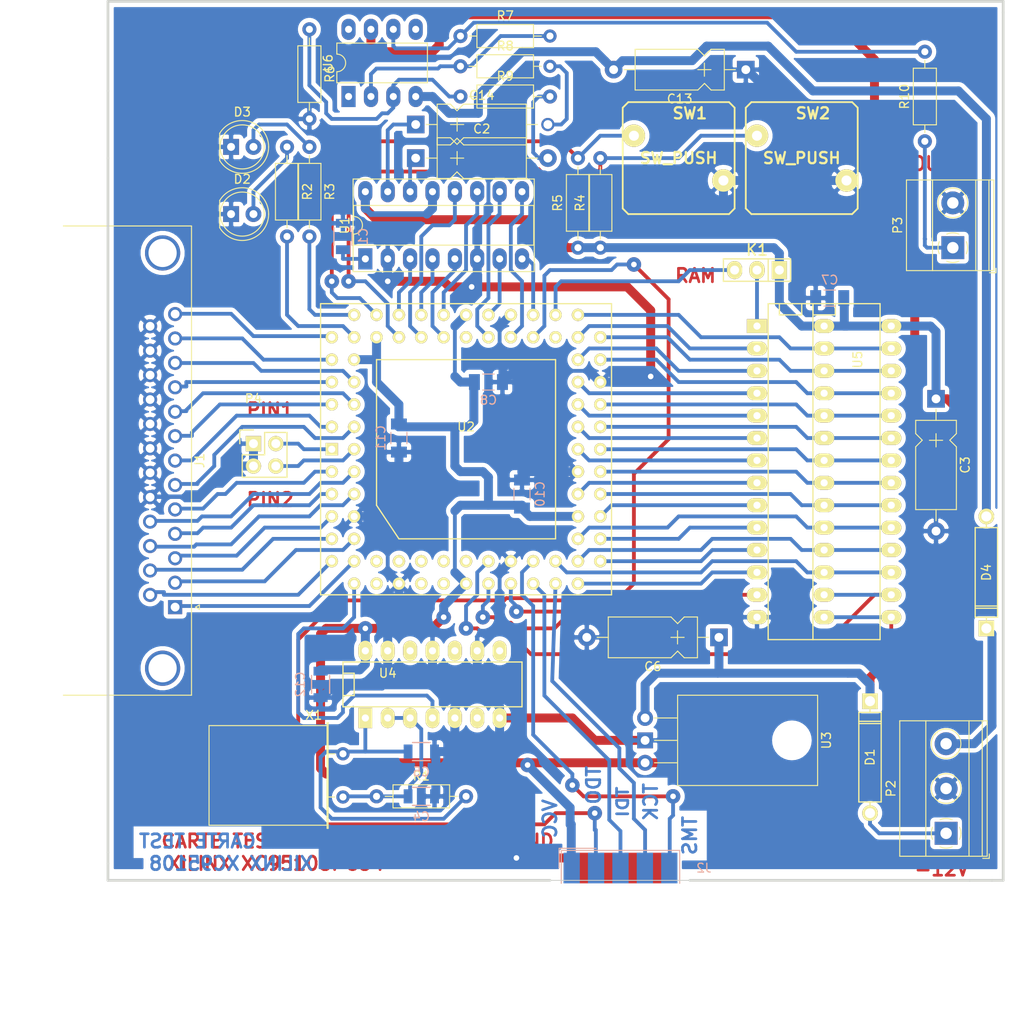
<source format=kicad_pcb>
(kicad_pcb (version 20171130) (host pcbnew "(2018-01-18 revision 47d392d)-master")
  (title_block (title "CARTE TEST XILINX XC95108") (rev 0))
  (layers (0 Dessus signal) (31 Dessous signal) (34 B.Paste user) (35 F.Paste user) (36 B.SilkS user) (37 F.SilkS user) (38 B.Mask user) (39 F.Mask user) (44 Edge.Cuts user))
  (net 0 "")
  (net 1 +12V)
  (net 2 -12V)
  (net 3 /CSMEM)
  (net 4 /DAT0)
  (net 5 /DAT1)
  (net 6 /DAT2)
  (net 7 /DAT3)
  (net 8 /DAT4)
  (net 9 /DAT5)
  (net 10 /DAT6)
  (net 11 /DAT7)
  (net 12 /DCLK)
  (net 13 /LED1)
  (net 14 /LED2)
  (net 15 /MA0)
  (net 16 /MA1)
  (net 17 /MA2)
  (net 18 /MA3)
  (net 19 /MA4)
  (net 20 /MA5)
  (net 21 /MA6)
  (net 22 /MA7)
  (net 23 /MD0)
  (net 24 /MD1)
  (net 25 /MD10)
  (net 26 /MD11)
  (net 27 /MD12)
  (net 28 /MD13)
  (net 29 /MD14)
  (net 30 /MD2)
  (net 31 /MD3)
  (net 32 /MD4)
  (net 33 /MD5)
  (net 34 /MD6)
  (net 35 /MD7)
  (net 36 /MD8)
  (net 37 /MD9)
  (net 38 /OEMEM)
  (net 39 /PARBUS0)
  (net 40 /PARBUS1)
  (net 41 /PARBUS2)
  (net 42 /PARBUS3)
  (net 43 /PARBUS4)
  (net 44 /PARBUS5)
  (net 45 /PARBUS6)
  (net 46 /PARBUS7)
  (net 47 /PAR_AUX0/STROBE*)
  (net 48 /PAR_AUX1/ERROR*)
  (net 49 /PAR_AUX2/AUTOLF*)
  (net 50 /PAR_AUX3/SELECT*)
  (net 51 /PAR_AUX4/PE)
  (net 52 /PAR_AUX5/BUSY*)
  (net 53 /PAR_AUX6/ACK)
  (net 54 /PAR_AUX7/INIT)
  (net 55 /PAR_AUX8/SELECT)
  (net 56 /PIN_TEST0)
  (net 57 /PIN_TEST1)
  (net 58 /R/W-A14)
  (net 59 /SW0)
  (net 60 /SW1)
  (net 61 /TCK)
  (net 62 /TDI)
  (net 63 /TDO)
  (net 64 /TMS)
  (net 65 /XIN/CLK)
  (net 66 GND)
  (net 67 "Net-(C1-Pad1)")
  (net 68 "Net-(C14-Pad1)")
  (net 69 "Net-(C14-Pad2)")
  (net 70 "Net-(C2-Pad1)")
  (net 71 "Net-(C2-Pad2)")
  (net 72 "Net-(C4-Pad1)")
  (net 73 "Net-(C5-Pad1)")
  (net 74 "Net-(K1-Pad2)")
  (net 75 "Net-(P3-Pad1)")
  (net 76 "Net-(R10-Pad2)")
  (net 77 "Net-(R6-Pad1)")
  (net 78 "Net-(R7-Pad2)")
  (net 79 VCC)
  (net 80 "Net-(U2-Pad14)")
  (net 81 "Net-(U2-Pad15)")
  (net 82 "Net-(U2-Pad17)")
  (net 83 "Net-(U2-Pad18)")
  (net 84 "Net-(U2-Pad19)")
  (net 85 "Net-(U2-Pad20)")
  (net 86 "Net-(U2-Pad21)")
  (net 87 "Net-(U2-Pad23)")
  (net 88 "Net-(U2-Pad57)")
  (net 89 "Net-(U2-Pad65)")
  (net 90 "Net-(U4-Pad6)")
  (net 91 "Net-(U4-Pad8)")
  (net 92 "Net-(U4-Pad10)")
  (net 93 "Net-(U4-Pad12)")
  (net 94 "Net-(U6-Pad1)")
  (net 95 "Net-(U6-Pad5)")
  (net 96 "Net-(U6-Pad8)")
  (net 97 /+12BATT)
  (net 98 /-12BATT)
  (net 99 "Net-(D2-Pad2)")
  (net 100 "Net-(D3-Pad2)")
  (module Capacitor_THT:CP_Axial_L10.0mm_D4.5mm_P15.00mm_Horizontal (layer Dessus) (at 129.54 53.975)
    (fp_text reference C2 (at 7.5 -3.31) (layer F.SilkS))
    (fp_text value 10uF)
    (pad 1 thru_hole rect (at 0 0) (size 2 2) (drill 1) (layers *.Cu *.Mask) (net 70 "Net-(C2-Pad1)"))
    (pad 2 thru_hole oval (at 15 0) (size 2 2) (drill 1) (layers *.Cu *.Mask) (net 71 "Net-(C2-Pad2)"))
  )
  (module Capacitor_THT:CP_Axial_L10.0mm_D4.5mm_P15.00mm_Horizontal (layer Dessus) (at 188.595 81.28 270)
    (fp_text reference C3 (at 7.5 -3.31 270) (layer F.SilkS))
    (fp_text value 10uF)
    (pad 2 thru_hole oval (at 15 0 270) (size 2 2) (drill 1) (layers *.Cu *.Mask) (net 66 GND))
    (pad 1 thru_hole rect (at 0 0 270) (size 2 2) (drill 1) (layers *.Cu *.Mask) (net 79 VCC))
  )
  (module Capacitor_THT:CP_Axial_L10.0mm_D4.5mm_P15.00mm_Horizontal (layer Dessus) (at 163.957 108.331 180)
    (fp_text reference C6 (at 7.5 -3.31 180) (layer F.SilkS))
    (fp_text value 47uF)
    (pad 1 thru_hole rect (at 0 0 180) (size 2 2) (drill 1) (layers *.Cu *.Mask) (net 1 +12V))
    (pad 2 thru_hole oval (at 15 0 180) (size 2 2) (drill 1) (layers *.Cu *.Mask) (net 66 GND))
  )
  (module Capacitor_THT:CP_Axial_L10.0mm_D4.5mm_P15.00mm_Horizontal (layer Dessus) (at 167.005 43.942 180)
    (fp_text reference C13 (at 7.5 -3.31 180) (layer F.SilkS))
    (fp_text value 10uF)
    (pad 2 thru_hole oval (at 15 0 180) (size 2 2) (drill 1) (layers *.Cu *.Mask) (net 2 -12V))
    (pad 1 thru_hole rect (at 0 0 180) (size 2 2) (drill 1) (layers *.Cu *.Mask) (net 66 GND))
  )
  (module Capacitor_THT:CP_Axial_L10.0mm_D4.5mm_P15.00mm_Horizontal (layer Dessus) (at 129.54 50.165)
    (fp_text reference C14 (at 7.5 -3.31) (layer F.SilkS))
    (fp_text value 10uF)
    (pad 1 thru_hole rect (at 0 0) (size 2 2) (drill 1) (layers *.Cu *.Mask) (net 68 "Net-(C14-Pad1)"))
    (pad 2 thru_hole circle (at 15 0) (size 1.5 1.5) (drill 1) (layers *.Cu *.Mask) (net 69 "Net-(C14-Pad2)"))
  )
  (module TerminalBlock_Phoenix:TerminalBlock_Phoenix_MKDS-1,5-2-5.08_1x02_P5.08mm_Horizontal (layer Dessus) (at 190.5 64.135 90)
    (fp_text reference P3 (at 2.54 -6.26 90) (layer F.SilkS))
    (fp_text value CONN_2)
    (pad 1 thru_hole rect (at 0 0 90) (size 2.6 2.6) (drill 1.3) (layers *.Cu *.Mask) (net 75 "Net-(P3-Pad1)"))
    (pad 2 thru_hole circle (at 5.08 0 90) (size 2.6 2.6) (drill 1.3) (layers *.Cu *.Mask) (net 66 GND))
  )
  (module TerminalBlock_Phoenix:TerminalBlock_Phoenix_MKDS-1,5-3-5.08_1x03_P5.08mm_Horizontal (layer Dessus) (at 189.738 130.556 90)
    (fp_text reference P2 (at 5.08 -6.26 90) (layer F.SilkS))
    (fp_text value CONN_3)
    (pad 1 thru_hole rect (at 0 0 90) (size 2.6 2.6) (drill 1.3) (layers *.Cu *.Mask) (net 97 /+12BATT))
    (pad 2 thru_hole circle (at 5.08 0 90) (size 2.6 2.6) (drill 1.3) (layers *.Cu *.Mask) (net 66 GND))
    (pad 3 thru_hole circle (at 10.16 0 90) (size 2.6 2.6) (drill 1.3) (layers *.Cu *.Mask) (net 98 /-12BATT))
  )
  (module Connector_Dsub:DSUB-9_Female_EdgeMount_P2.77mm (layer Dessous) (at 152.781 134.493 180)
    (fp_text reference J2 (at -9.463333 0 180) (layer B.SilkS) (effects (justify mirror)))
    (fp_text value DB9FEM)
    (pad 1 smd rect (at 5.54 0 180) (size 1.846667 3.48) (layers Dessous B.Paste B.Mask) (net 79 VCC))
    (pad 2 smd rect (at 2.77 0 180) (size 1.846667 3.48) (layers Dessous B.Paste B.Mask) (net 63 /TDO))
    (pad 3 smd rect (at 0 0 180) (size 1.846667 3.48) (layers Dessous B.Paste B.Mask) (net 62 /TDI))
    (pad 4 smd rect (at -2.77 0 180) (size 1.846667 3.48) (layers Dessous B.Paste B.Mask) (net 61 /TCK))
    (pad 5 smd rect (at -5.54 0 180) (size 1.846667 3.48) (layers Dessous B.Paste B.Mask) (net 64 /TMS))
    (pad 6 smd rect (at 4.155 0 180) (size 1.846667 3.48) (layers Dessus F.Paste F.Mask) (net 66 GND))
    (pad 7 smd rect (at 1.385 0 180) (size 1.846667 3.48) (layers Dessus F.Paste F.Mask) (net 66 GND))
    (pad 8 smd rect (at -1.385 0 180) (size 1.846667 3.48) (layers Dessus F.Paste F.Mask) (net 66 GND))
    (pad 9 smd rect (at -4.155 0 180) (size 1.846667 3.48) (layers Dessus F.Paste F.Mask) (net 66 GND))
  )
  (module TO_SOT_Packages_THT:TO-220_Horizontal (layer Dessus) (at 155.575 117.475 270)
    (fp_text reference U3 (at 2.54 -20.58 270) (layer F.SilkS))
    (fp_text value LM7805)
    (pad 3 thru_hole circle (at 5.08 0 270) (size 1.8 1.8) (drill 1) (layers *.Cu *.Mask) (net 79 VCC))
    (pad 2 thru_hole rect (at 2.54 0 270) (size 1.8 1.8) (drill 1) (layers *.Cu *.Mask) (net 66 GND))
    (pad 1 thru_hole circle (at 0 0 270) (size 1.8 1.8) (drill 1) (layers *.Cu *.Mask) (net 1 +12V))
    (pad 0 np_thru_hole oval (at 2.54 -16.66 270) (size 3.5 3.5) (drill 3.5) (layers *.Cu *.Mask))
  )
  (module Connector_Dsub:DSUB-25_Female_Horizontal_P2.77x2.84mm_EdgePinOffset9.90mm_Housed_MountingHolesOffset11.32mm (layer Dessus) (at 102.235 104.902 270)
    (fp_text reference J1 (at -16.62 -2.8 270) (layer F.SilkS))
    (fp_text value DB25)
    (pad 1 thru_hole rect (at 0 0 270) (size 1.6 1.6) (drill 1) (layers *.Cu *.Mask) (net 47 /PAR_AUX0/STROBE*))
    (pad 2 thru_hole circle (at -2.77 0 270) (size 1.6 1.6) (drill 1) (layers *.Cu *.Mask) (net 39 /PARBUS0))
    (pad 3 thru_hole circle (at -5.54 0 270) (size 1.6 1.6) (drill 1) (layers *.Cu *.Mask) (net 40 /PARBUS1))
    (pad 4 thru_hole circle (at -8.31 0 270) (size 1.6 1.6) (drill 1) (layers *.Cu *.Mask) (net 41 /PARBUS2))
    (pad 5 thru_hole circle (at -11.08 0 270) (size 1.6 1.6) (drill 1) (layers *.Cu *.Mask) (net 42 /PARBUS3))
    (pad 6 thru_hole circle (at -13.85 0 270) (size 1.6 1.6) (drill 1) (layers *.Cu *.Mask) (net 43 /PARBUS4))
    (pad 7 thru_hole circle (at -16.62 0 270) (size 1.6 1.6) (drill 1) (layers *.Cu *.Mask) (net 44 /PARBUS5))
    (pad 8 thru_hole circle (at -19.39 0 270) (size 1.6 1.6) (drill 1) (layers *.Cu *.Mask) (net 45 /PARBUS6))
    (pad 9 thru_hole circle (at -22.16 0 270) (size 1.6 1.6) (drill 1) (layers *.Cu *.Mask) (net 46 /PARBUS7))
    (pad 10 thru_hole circle (at -24.93 0 270) (size 1.6 1.6) (drill 1) (layers *.Cu *.Mask) (net 53 /PAR_AUX6/ACK))
    (pad 11 thru_hole circle (at -27.7 0 270) (size 1.6 1.6) (drill 1) (layers *.Cu *.Mask) (net 52 /PAR_AUX5/BUSY*))
    (pad 12 thru_hole circle (at -30.47 0 270) (size 1.6 1.6) (drill 1) (layers *.Cu *.Mask) (net 51 /PAR_AUX4/PE))
    (pad 13 thru_hole circle (at -33.24 0 270) (size 1.6 1.6) (drill 1) (layers *.Cu *.Mask) (net 50 /PAR_AUX3/SELECT*))
    (pad 14 thru_hole circle (at -1.385 2.84 270) (size 1.6 1.6) (drill 1) (layers *.Cu *.Mask) (net 49 /PAR_AUX2/AUTOLF*))
    (pad 15 thru_hole circle (at -4.155 2.84 270) (size 1.6 1.6) (drill 1) (layers *.Cu *.Mask) (net 48 /PAR_AUX1/ERROR*))
    (pad 16 thru_hole circle (at -6.925 2.84 270) (size 1.6 1.6) (drill 1) (layers *.Cu *.Mask) (net 54 /PAR_AUX7/INIT))
    (pad 17 thru_hole circle (at -9.695 2.84 270) (size 1.6 1.6) (drill 1) (layers *.Cu *.Mask) (net 55 /PAR_AUX8/SELECT))
    (pad 18 thru_hole circle (at -12.465 2.84 270) (size 1.6 1.6) (drill 1) (layers *.Cu *.Mask) (net 66 GND))
    (pad 19 thru_hole circle (at -15.235 2.84 270) (size 1.6 1.6) (drill 1) (layers *.Cu *.Mask) (net 66 GND))
    (pad 20 thru_hole circle (at -18.005 2.84 270) (size 1.6 1.6) (drill 1) (layers *.Cu *.Mask) (net 66 GND))
    (pad 21 thru_hole circle (at -20.775 2.84 270) (size 1.6 1.6) (drill 1) (layers *.Cu *.Mask) (net 66 GND))
    (pad 22 thru_hole circle (at -23.545 2.84 270) (size 1.6 1.6) (drill 1) (layers *.Cu *.Mask) (net 66 GND))
    (pad 23 thru_hole circle (at -26.315 2.84 270) (size 1.6 1.6) (drill 1) (layers *.Cu *.Mask) (net 66 GND))
    (pad 24 thru_hole circle (at -29.085 2.84 270) (size 1.6 1.6) (drill 1) (layers *.Cu *.Mask) (net 66 GND))
    (pad 25 thru_hole circle (at -31.855 2.84 270) (size 1.6 1.6) (drill 1) (layers *.Cu *.Mask) (net 66 GND))
    (pad 0 thru_hole circle (at -40.17 1.42 270) (size 4 4) (drill 3.2) (layers *.Cu *.Mask))
    (pad 0 thru_hole circle (at 6.93 1.42 270) (size 4 4) (drill 3.2) (layers *.Cu *.Mask))
  )
  (module Package_DIP:DIP-8_W7.62mm_LongPads (layer Dessus) (at 121.92 46.99 90)
    (fp_text reference U6 (at 3.81 -2.33 90) (layer F.SilkS))
    (fp_text value LM318N)
    (pad 1 thru_hole rect (at 0 0 90) (size 2.4 1.6) (drill 0.8) (layers *.Cu *.Mask) (net 94 "Net-(U6-Pad1)"))
    (pad 5 thru_hole oval (at 7.62 7.62 90) (size 2.4 1.6) (drill 0.8) (layers *.Cu *.Mask) (net 95 "Net-(U6-Pad5)"))
    (pad 2 thru_hole oval (at 0 2.54 90) (size 2.4 1.6) (drill 0.8) (layers *.Cu *.Mask) (net 78 "Net-(R7-Pad2)"))
    (pad 6 thru_hole oval (at 7.62 5.08 90) (size 2.4 1.6) (drill 0.8) (layers *.Cu *.Mask) (net 76 "Net-(R10-Pad2)"))
    (pad 3 thru_hole oval (at 0 5.08 90) (size 2.4 1.6) (drill 0.8) (layers *.Cu *.Mask) (net 77 "Net-(R6-Pad1)"))
    (pad 7 thru_hole oval (at 7.62 2.54 90) (size 2.4 1.6) (drill 0.8) (layers *.Cu *.Mask) (net 1 +12V))
    (pad 4 thru_hole oval (at 0 7.62 90) (size 2.4 1.6) (drill 0.8) (layers *.Cu *.Mask) (net 2 -12V))
    (pad 8 thru_hole oval (at 7.62 0 90) (size 2.4 1.6) (drill 0.8) (layers *.Cu *.Mask) (net 96 "Net-(U6-Pad8)"))
  )
  (module Capacitor_SMD:C_1206_3216Metric_Pad1.24x1.80mm_HandSolder (layer Dessous) (at 176.53 69.85 180)
    (fp_text reference C7 (at 0 2.05 180) (layer B.SilkS) (effects (justify mirror)))
    (fp_text value 100nF)
    (pad 2 smd rect (at 1.5925 0 180) (size 1.245 1.8) (layers Dessous B.Paste B.Mask) (net 66 GND))
    (pad 1 smd rect (at -1.5925 0 180) (size 1.245 1.8) (layers Dessous B.Paste B.Mask) (net 79 VCC))
  )
  (module Capacitor_SMD:C_1206_3216Metric_Pad1.24x1.80mm_HandSolder (layer Dessous) (at 137.795 79.375)
    (fp_text reference C8 (at 0 2.05) (layer B.SilkS) (effects (justify mirror)))
    (fp_text value 100nF)
    (pad 1 smd rect (at -1.5925 0) (size 1.245 1.8) (layers Dessous B.Paste B.Mask) (net 79 VCC))
    (pad 2 smd rect (at 1.5925 0) (size 1.245 1.8) (layers Dessous B.Paste B.Mask) (net 66 GND))
  )
  (module Capacitor_SMD:C_1206_3216Metric_Pad1.24x1.80mm_HandSolder (layer Dessous) (at 141.605 92.075 90)
    (fp_text reference C10 (at 0 2.05 90) (layer B.SilkS) (effects (justify mirror)))
    (fp_text value 100nF)
    (pad 2 smd rect (at 1.5925 0 90) (size 1.245 1.8) (layers Dessous B.Paste B.Mask) (net 66 GND))
    (pad 1 smd rect (at -1.5925 0 90) (size 1.245 1.8) (layers Dessous B.Paste B.Mask) (net 79 VCC))
  )
  (module Capacitor_SMD:C_1206_3216Metric_Pad1.24x1.80mm_HandSolder (layer Dessous) (at 127.635 85.725 270)
    (fp_text reference C11 (at 0 2.05 270) (layer B.SilkS) (effects (justify mirror)))
    (fp_text value 100nF)
    (pad 1 smd rect (at -1.5925 0 270) (size 1.245 1.8) (layers Dessous B.Paste B.Mask) (net 79 VCC))
    (pad 2 smd rect (at 1.5925 0 270) (size 1.245 1.8) (layers Dessous B.Paste B.Mask) (net 66 GND))
  )
  (module LED_THT:LED_D5.0mm (layer Dessus) (at 108.585 60.325)
    (fp_text reference D2 (at 1.27 -3.96) (layer F.SilkS))
    (fp_text value LED)
    (pad 2 thru_hole circle (at 2.54 0) (size 1.8 1.8) (drill 0.9) (layers *.Cu *.Mask) (net 99 "Net-(D2-Pad2)"))
    (pad 1 thru_hole rect (at 0 0) (size 1.8 1.8) (drill 0.9) (layers *.Cu *.Mask) (net 66 GND))
  )
  (module LED_THT:LED_D5.0mm (layer Dessus) (at 108.585 52.705)
    (fp_text reference D3 (at 1.27 -3.96) (layer F.SilkS))
    (fp_text value LED)
    (pad 1 thru_hole rect (at 0 0) (size 1.8 1.8) (drill 0.9) (layers *.Cu *.Mask) (net 66 GND))
    (pad 2 thru_hole circle (at 2.54 0) (size 1.8 1.8) (drill 0.9) (layers *.Cu *.Mask) (net 100 "Net-(D3-Pad2)"))
  )
  (module Crystal:Crystal_HC18-U_Horizontal (layer Dessus) (at 121.285 121.539 270)
    (fp_text reference X1 (at -4.375 3.3125) (layer F.SilkS))
    (fp_text value 10MHz)
    (pad 1 thru_hole circle (at 0 0 270) (size 1.5 1.5) (drill 0.8) (layers *.Cu *.Mask) (net 73 "Net-(C5-Pad1)"))
    (pad 2 thru_hole circle (at 4.9 0 270) (size 1.5 1.5) (drill 0.8) (layers *.Cu *.Mask) (net 72 "Net-(C4-Pad1)"))
  )
  (module Package_DIP:DIP-16_W7.62mm_Socket_LongPads (layer Dessus) (at 123.825 65.405 90)
    (fp_text reference U1 (at 3.81 -2.33 90) (layer F.SilkS))
    (fp_text value TDA8702)
    (pad 1 thru_hole rect (at 0 0 90) (size 2.4 1.6) (drill 0.8) (layers *.Cu *.Mask) (net 67 "Net-(C1-Pad1)"))
    (pad 9 thru_hole oval (at 7.62 17.78 90) (size 2.4 1.6) (drill 0.8) (layers *.Cu *.Mask) (net 9 /DAT5))
    (pad 2 thru_hole oval (at 0 2.54 90) (size 2.4 1.6) (drill 0.8) (layers *.Cu *.Mask) (net 66 GND))
    (pad 10 thru_hole oval (at 7.62 15.24 90) (size 2.4 1.6) (drill 0.8) (layers *.Cu *.Mask) (net 8 /DAT4))
    (pad 3 thru_hole oval (at 0 5.08 90) (size 2.4 1.6) (drill 0.8) (layers *.Cu *.Mask) (net 6 /DAT2))
    (pad 11 thru_hole oval (at 7.62 12.7 90) (size 2.4 1.6) (drill 0.8) (layers *.Cu *.Mask) (net 5 /DAT1))
    (pad 4 thru_hole oval (at 0 7.62 90) (size 2.4 1.6) (drill 0.8) (layers *.Cu *.Mask) (net 7 /DAT3))
    (pad 12 thru_hole oval (at 7.62 10.16 90) (size 2.4 1.6) (drill 0.8) (layers *.Cu *.Mask) (net 4 /DAT0))
    (pad 5 thru_hole oval (at 0 10.16 90) (size 2.4 1.6) (drill 0.8) (layers *.Cu *.Mask) (net 12 /DCLK))
    (pad 13 thru_hole oval (at 7.62 7.62 90) (size 2.4 1.6) (drill 0.8) (layers *.Cu *.Mask) (net 79 VCC))
    (pad 6 thru_hole oval (at 0 12.7 90) (size 2.4 1.6) (drill 0.8) (layers *.Cu *.Mask) (net 66 GND))
    (pad 14 thru_hole oval (at 7.62 5.08 90) (size 2.4 1.6) (drill 0.8) (layers *.Cu *.Mask) (net 70 "Net-(C2-Pad1)"))
    (pad 7 thru_hole oval (at 0 15.24 90) (size 2.4 1.6) (drill 0.8) (layers *.Cu *.Mask) (net 11 /DAT7))
    (pad 15 thru_hole oval (at 7.62 2.54 90) (size 2.4 1.6) (drill 0.8) (layers *.Cu *.Mask) (net 68 "Net-(C14-Pad1)"))
    (pad 8 thru_hole oval (at 0 17.78 90) (size 2.4 1.6) (drill 0.8) (layers *.Cu *.Mask) (net 10 /DAT6))
    (pad 16 thru_hole oval (at 7.62 0 90) (size 2.4 1.6) (drill 0.8) (layers *.Cu *.Mask) (net 79 VCC))
  )
  (module Resistor_THT:R_Axial_DIN0207_L6.3mm_D2.5mm_P10.16mm_Horizontal (layer Dessus) (at 117.475 52.705 270)
    (fp_text reference R3 (at 5.08 -2.31 270) (layer F.SilkS))
    (fp_text value 330)
    (pad 2 thru_hole oval (at 10.16 0 270) (size 1.6 1.6) (drill 0.8) (layers *.Cu *.Mask) (net 14 /LED2))
    (pad 1 thru_hole circle (at 0 0 270) (size 1.6 1.6) (drill 0.8) (layers *.Cu *.Mask) (net 100 "Net-(D3-Pad2)"))
  )
  (module Resistor_THT:R_Axial_DIN0207_L6.3mm_D2.5mm_P10.16mm_Horizontal (layer Dessus) (at 134.62 40.132)
    (fp_text reference R7 (at 5.08 -2.31) (layer F.SilkS))
    (fp_text value 1,1K)
    (pad 1 thru_hole circle (at 0 0) (size 1.6 1.6) (drill 0.8) (layers *.Cu *.Mask) (net 76 "Net-(R10-Pad2)"))
    (pad 2 thru_hole circle (at 10.16 0) (size 1.5 1.5) (drill 0.8) (layers *.Cu *.Mask) (net 78 "Net-(R7-Pad2)"))
  )
  (module Resistor_THT:R_Axial_DIN0207_L6.3mm_D2.5mm_P10.16mm_Horizontal (layer Dessus) (at 117.475 39.37 270)
    (fp_text reference R6 (at 5.08 -2.31 270) (layer F.SilkS))
    (fp_text value 1,1k)
    (pad 2 thru_hole oval (at 10.16 0 270) (size 1.6 1.6) (drill 0.8) (layers *.Cu *.Mask) (net 66 GND))
    (pad 1 thru_hole circle (at 0 0 270) (size 1.6 1.6) (drill 0.8) (layers *.Cu *.Mask) (net 77 "Net-(R6-Pad1)"))
  )
  (module Resistor_THT:R_Axial_DIN0207_L6.3mm_D2.5mm_P10.16mm_Horizontal (layer Dessus) (at 147.955 64.135 90)
    (fp_text reference R5 (at 5.08 -2.31 90) (layer F.SilkS))
    (fp_text value 4,7K)
    (pad 1 thru_hole circle (at 0 0 90) (size 1.6 1.6) (drill 0.8) (layers *.Cu *.Mask) (net 79 VCC))
    (pad 2 thru_hole oval (at 10.16 0 90) (size 1.6 1.6) (drill 0.8) (layers *.Cu *.Mask) (net 59 /SW0))
  )
  (module Resistor_THT:R_Axial_DIN0207_L6.3mm_D2.5mm_P10.16mm_Horizontal (layer Dessus) (at 150.495 64.135 90)
    (fp_text reference R4 (at 5.08 -2.31 90) (layer F.SilkS))
    (fp_text value 4,7K)
    (pad 2 thru_hole oval (at 10.16 0 90) (size 1.6 1.6) (drill 0.8) (layers *.Cu *.Mask) (net 60 /SW1))
    (pad 1 thru_hole circle (at 0 0 90) (size 1.6 1.6) (drill 0.8) (layers *.Cu *.Mask) (net 79 VCC))
  )
  (module Resistor_THT:R_Axial_DIN0207_L6.3mm_D2.5mm_P10.16mm_Horizontal (layer Dessus) (at 125.095 126.365)
    (fp_text reference R1 (at 5.08 -2.31) (layer F.SilkS))
    (fp_text value 100K)
    (pad 1 thru_hole circle (at 0 0) (size 1.6 1.6) (drill 0.8) (layers *.Cu *.Mask) (net 72 "Net-(C4-Pad1)"))
    (pad 2 thru_hole oval (at 10.16 0) (size 1.6 1.6) (drill 0.8) (layers *.Cu *.Mask) (net 73 "Net-(C5-Pad1)"))
  )
  (module Resistor_THT:R_Axial_DIN0207_L6.3mm_D2.5mm_P10.16mm_Horizontal (layer Dessus) (at 134.62 46.99)
    (fp_text reference R9 (at 5.08 -2.31) (layer F.SilkS))
    (fp_text value 2,2K)
    (pad 2 thru_hole oval (at 10.16 0) (size 1.6 1.6) (drill 0.8) (layers *.Cu *.Mask) (net 71 "Net-(C2-Pad2)"))
    (pad 1 thru_hole circle (at 0 0) (size 1.6 1.6) (drill 0.8) (layers *.Cu *.Mask) (net 77 "Net-(R6-Pad1)"))
  )
  (module Resistor_THT:R_Axial_DIN0207_L6.3mm_D2.5mm_P10.16mm_Horizontal (layer Dessus) (at 187.325 52.07 90)
    (fp_text reference R10 (at 5.08 -2.31 90) (layer F.SilkS))
    (fp_text value 75)
    (pad 1 thru_hole circle (at 0 0 90) (size 1.6 1.6) (drill 0.8) (layers *.Cu *.Mask) (net 75 "Net-(P3-Pad1)"))
    (pad 2 thru_hole oval (at 10.16 0 90) (size 1.6 1.6) (drill 0.8) (layers *.Cu *.Mask) (net 76 "Net-(R10-Pad2)"))
  )
  (module Resistor_THT:R_Axial_DIN0207_L6.3mm_D2.5mm_P10.16mm_Horizontal (layer Dessus) (at 134.62 43.561)
    (fp_text reference R8 (at 5.08 -2.31) (layer F.SilkS))
    (fp_text value 2,2K)
    (pad 2 thru_hole circle (at 10.16 0) (size 1.5 1.5) (drill 0.8) (layers *.Cu *.Mask) (net 69 "Net-(C14-Pad2)"))
    (pad 1 thru_hole circle (at 0 0) (size 1.6 1.6) (drill 0.8) (layers *.Cu *.Mask) (net 78 "Net-(R7-Pad2)"))
  )
  (module Resistor_THT:R_Axial_DIN0207_L6.3mm_D2.5mm_P10.16mm_Horizontal (layer Dessus) (at 114.935 52.705 270)
    (fp_text reference R2 (at 5.08 -2.31 270) (layer F.SilkS))
    (fp_text value 330)
    (pad 1 thru_hole circle (at 0 0 270) (size 1.6 1.6) (drill 0.8) (layers *.Cu *.Mask) (net 99 "Net-(D2-Pad2)"))
    (pad 2 thru_hole oval (at 10.16 0 270) (size 1.6 1.6) (drill 0.8) (layers *.Cu *.Mask) (net 13 /LED1))
  )
  (module Capacitors_SMD:C_1206 (layer Dessous) (at 121.285 62.865 90)
    (fp_text reference C1 (at 0 2.3 90) (layer B.SilkS) (effects (justify mirror)))
    (fp_text value 100nF)
    (pad 1 smd rect (at -1.5 0 90) (size 1 1.6) (layers Dessous B.Paste B.Mask) (net 67 "Net-(C1-Pad1)"))
    (pad 2 smd rect (at 1.5 0 90) (size 1 1.6) (layers Dessous B.Paste B.Mask) (net 66 GND))
  )
  (module Capacitors_SMD:C_1206 (layer Dessous) (at 130.175 126.365)
    (fp_text reference C4 (at 0 2.3) (layer B.SilkS) (effects (justify mirror)))
    (fp_text value 22pF)
    (pad 1 smd rect (at -1.5 0) (size 1 1.6) (layers Dessous B.Paste B.Mask) (net 72 "Net-(C4-Pad1)"))
    (pad 2 smd rect (at 1.5 0) (size 1 1.6) (layers Dessous B.Paste B.Mask) (net 66 GND))
  )
  (module Capacitors_SMD:C_1206 (layer Dessous) (at 130.175 121.285)
    (fp_text reference C5 (at 0 2.3) (layer B.SilkS) (effects (justify mirror)))
    (fp_text value 22pF)
    (pad 1 smd rect (at -1.5 0) (size 1 1.6) (layers Dessous B.Paste B.Mask) (net 73 "Net-(C5-Pad1)"))
    (pad 2 smd rect (at 1.5 0) (size 1 1.6) (layers Dessous B.Paste B.Mask) (net 66 GND))
  )
  (module Capacitors_SMD:C_1206 (layer Dessous) (at 118.745 113.665 270)
    (fp_text reference C12 (at 0 2.3 270) (layer B.SilkS) (effects (justify mirror)))
    (fp_text value 100nF)
    (pad 1 smd rect (at -1.5 0 270) (size 1 1.6) (layers Dessous B.Paste B.Mask) (net 79 VCC))
    (pad 2 smd rect (at 1.5 0 270) (size 1 1.6) (layers Dessous B.Paste B.Mask) (net 66 GND))
  )
  (module Discret:SW_PUSH (layer Dessus) (at 159.385 53.975)
    (fp_text reference SW1 (at 1.27 -5.08) (layer F.SilkS) (effects (font (size 1.27 1.27) (thickness 0.254))))
    (fp_text value SW_PUSH (at 0 0) (layer F.SilkS) (effects (font (size 1.27 1.27) (thickness 0.254))))
    (pad 1 thru_hole circle (at -5.08 -2.54) (size 2.54 2.54) (drill 1.143) (layers *.Cu *.Mask F.SilkS) (net 59 /SW0))
    (pad 2 thru_hole circle (at 5.08 2.54) (size 2.54 2.54) (drill 1.143) (layers *.Cu *.Mask F.SilkS) (net 66 GND))
  )
  (module Discret:SW_PUSH (layer Dessus) (at 173.355 53.975)
    (fp_text reference SW2 (at 1.27 -5.08) (layer F.SilkS) (effects (font (size 1.27 1.27) (thickness 0.254))))
    (fp_text value SW_PUSH (at 0 0) (layer F.SilkS) (effects (font (size 1.27 1.27) (thickness 0.254))))
    (pad 1 thru_hole circle (at -5.08 -2.54) (size 2.54 2.54) (drill 1.143) (layers *.Cu *.Mask F.SilkS) (net 60 /SW1))
    (pad 2 thru_hole circle (at 5.08 2.54) (size 2.54 2.54) (drill 1.143) (layers *.Cu *.Mask F.SilkS) (net 66 GND))
  )
  (module Sockets_DIP:DIP-14__300_ELL (layer Dessus) (at 131.445 113.665)
    (fp_text reference U4 (at -5.08 -1.27) (layer F.SilkS))
    (fp_text value 74HC04)
    (pad 1 thru_hole rect (at -7.62 3.81) (size 1.5748 2.286) (drill 0.8128) (layers *.Cu *.Mask F.SilkS) (net 73 "Net-(C5-Pad1)"))
    (pad 2 thru_hole oval (at -5.08 3.81) (size 1.5748 2.286) (drill 0.8128) (layers *.Cu *.Mask F.SilkS) (net 72 "Net-(C4-Pad1)"))
    (pad 3 thru_hole oval (at -2.54 3.81) (size 1.5748 2.286) (drill 0.8128) (layers *.Cu *.Mask F.SilkS) (net 72 "Net-(C4-Pad1)"))
    (pad 4 thru_hole oval (at 0 3.81) (size 1.5748 2.286) (drill 0.8128) (layers *.Cu *.Mask F.SilkS) (net 65 /XIN/CLK))
    (pad 5 thru_hole oval (at 2.54 3.81) (size 1.5748 2.286) (drill 0.8128) (layers *.Cu *.Mask F.SilkS) (net 66 GND))
    (pad 6 thru_hole oval (at 5.08 3.81) (size 1.5748 2.286) (drill 0.8128) (layers *.Cu *.Mask F.SilkS) (net 90 "Net-(U4-Pad6)"))
    (pad 7 thru_hole oval (at 7.62 3.81) (size 1.5748 2.286) (drill 0.8128) (layers *.Cu *.Mask F.SilkS) (net 66 GND))
    (pad 8 thru_hole oval (at 7.62 -3.81) (size 1.5748 2.286) (drill 0.8128) (layers *.Cu *.Mask F.SilkS) (net 91 "Net-(U4-Pad8)"))
    (pad 9 thru_hole oval (at 5.08 -3.81) (size 1.5748 2.286) (drill 0.8128) (layers *.Cu *.Mask F.SilkS) (net 66 GND))
    (pad 10 thru_hole oval (at 2.54 -3.81) (size 1.5748 2.286) (drill 0.8128) (layers *.Cu *.Mask F.SilkS) (net 92 "Net-(U4-Pad10)"))
    (pad 11 thru_hole oval (at 0 -3.81) (size 1.5748 2.286) (drill 0.8128) (layers *.Cu *.Mask F.SilkS) (net 66 GND))
    (pad 12 thru_hole oval (at -2.54 -3.81) (size 1.5748 2.286) (drill 0.8128) (layers *.Cu *.Mask F.SilkS) (net 93 "Net-(U4-Pad12)"))
    (pad 13 thru_hole oval (at -5.08 -3.81) (size 1.5748 2.286) (drill 0.8128) (layers *.Cu *.Mask F.SilkS) (net 66 GND))
    (pad 14 thru_hole oval (at -7.62 -3.81) (size 1.5748 2.286) (drill 0.8128) (layers *.Cu *.Mask F.SilkS) (net 79 VCC))
  )
  (module Sockets_DIP:DIP-28__300__600_ELL (layer Dessus) (at 175.895 89.535 270)
    (fp_text reference U5 (at -12.7 -3.81 270) (layer F.SilkS))
    (fp_text value RAM_32KO)
    (pad 1 thru_hole rect (at -16.51 7.62 270) (size 1.5748 2.286) (drill 0.8128) (layers *.Cu *.Mask F.SilkS) (net 74 "Net-(K1-Pad2)"))
    (pad 2 thru_hole oval (at -13.97 7.62 270) (size 1.5748 2.286) (drill 0.8128) (layers *.Cu *.Mask F.SilkS) (net 27 /MD12))
    (pad 3 thru_hole oval (at -11.43 7.62 270) (size 1.5748 2.286) (drill 0.8128) (layers *.Cu *.Mask F.SilkS) (net 35 /MD7))
    (pad 4 thru_hole oval (at -8.89 7.62 270) (size 1.5748 2.286) (drill 0.8128) (layers *.Cu *.Mask F.SilkS) (net 34 /MD6))
    (pad 5 thru_hole oval (at -6.35 7.62 270) (size 1.5748 2.286) (drill 0.8128) (layers *.Cu *.Mask F.SilkS) (net 33 /MD5))
    (pad 6 thru_hole oval (at -3.81 7.62 270) (size 1.5748 2.286) (drill 0.8128) (layers *.Cu *.Mask F.SilkS) (net 32 /MD4))
    (pad 7 thru_hole oval (at -1.27 7.62 270) (size 1.5748 2.286) (drill 0.8128) (layers *.Cu *.Mask F.SilkS) (net 31 /MD3))
    (pad 8 thru_hole oval (at 1.27 7.62 270) (size 1.5748 2.286) (drill 0.8128) (layers *.Cu *.Mask F.SilkS) (net 30 /MD2))
    (pad 9 thru_hole oval (at 3.81 7.62 270) (size 1.5748 2.286) (drill 0.8128) (layers *.Cu *.Mask F.SilkS) (net 24 /MD1))
    (pad 10 thru_hole oval (at 6.35 7.62 270) (size 1.5748 2.286) (drill 0.8128) (layers *.Cu *.Mask F.SilkS) (net 23 /MD0))
    (pad 11 thru_hole oval (at 8.89 7.62 270) (size 1.5748 2.286) (drill 0.8128) (layers *.Cu *.Mask F.SilkS) (net 15 /MA0))
    (pad 12 thru_hole oval (at 11.43 7.62 270) (size 1.5748 2.286) (drill 0.8128) (layers *.Cu *.Mask F.SilkS) (net 16 /MA1))
    (pad 13 thru_hole oval (at 13.97 7.62 270) (size 1.5748 2.286) (drill 0.8128) (layers *.Cu *.Mask F.SilkS) (net 17 /MA2))
    (pad 14 thru_hole oval (at 16.51 7.62 270) (size 1.5748 2.286) (drill 0.8128) (layers *.Cu *.Mask F.SilkS) (net 66 GND))
    (pad 15 thru_hole oval (at 16.51 -7.62 270) (size 1.5748 2.286) (drill 0.8128) (layers *.Cu *.Mask F.SilkS) (net 18 /MA3))
    (pad 16 thru_hole oval (at 13.97 -7.62 270) (size 1.5748 2.286) (drill 0.8128) (layers *.Cu *.Mask F.SilkS) (net 19 /MA4))
    (pad 17 thru_hole oval (at 11.43 -7.62 270) (size 1.5748 2.286) (drill 0.8128) (layers *.Cu *.Mask F.SilkS) (net 20 /MA5))
    (pad 18 thru_hole oval (at 8.89 -7.62 270) (size 1.5748 2.286) (drill 0.8128) (layers *.Cu *.Mask F.SilkS) (net 21 /MA6))
    (pad 19 thru_hole oval (at 6.35 -7.62 270) (size 1.5748 2.286) (drill 0.8128) (layers *.Cu *.Mask F.SilkS) (net 22 /MA7))
    (pad 20 thru_hole oval (at 3.81 -7.62 270) (size 1.5748 2.286) (drill 0.8128) (layers *.Cu *.Mask F.SilkS) (net 3 /CSMEM))
    (pad 21 thru_hole oval (at 1.27 -7.62 270) (size 1.5748 2.286) (drill 0.8128) (layers *.Cu *.Mask F.SilkS) (net 25 /MD10))
    (pad 22 thru_hole oval (at -1.27 -7.62 270) (size 1.5748 2.286) (drill 0.8128) (layers *.Cu *.Mask F.SilkS) (net 38 /OEMEM))
    (pad 23 thru_hole oval (at -3.81 -7.62 270) (size 1.5748 2.286) (drill 0.8128) (layers *.Cu *.Mask F.SilkS) (net 26 /MD11))
    (pad 24 thru_hole oval (at -6.35 -7.62 270) (size 1.5748 2.286) (drill 0.8128) (layers *.Cu *.Mask F.SilkS) (net 37 /MD9))
    (pad 25 thru_hole oval (at -8.89 -7.62 270) (size 1.5748 2.286) (drill 0.8128) (layers *.Cu *.Mask F.SilkS) (net 36 /MD8))
    (pad 26 thru_hole oval (at -11.43 -7.62 270) (size 1.5748 2.286) (drill 0.8128) (layers *.Cu *.Mask F.SilkS) (net 28 /MD13))
    (pad 27 thru_hole oval (at -13.97 -7.62 270) (size 1.5748 2.286) (drill 0.8128) (layers *.Cu *.Mask F.SilkS) (net 58 /R/W-A14))
    (pad 28 thru_hole oval (at -16.51 -7.62 270) (size 1.5748 2.286) (drill 0.8128) (layers *.Cu *.Mask F.SilkS) (net 79 VCC))
    (pad 15 thru_hole oval (at 16.51 0 270) (size 1.5748 2.286) (drill 0.8128) (layers *.Cu *.Mask F.SilkS) (net 18 /MA3))
    (pad 16 thru_hole oval (at 13.97 0 270) (size 1.5748 2.286) (drill 0.8128) (layers *.Cu *.Mask F.SilkS) (net 19 /MA4))
    (pad 17 thru_hole oval (at 11.43 0 270) (size 1.5748 2.286) (drill 0.8128) (layers *.Cu *.Mask F.SilkS) (net 20 /MA5))
    (pad 18 thru_hole oval (at 8.89 0 270) (size 1.5748 2.286) (drill 0.8128) (layers *.Cu *.Mask F.SilkS) (net 21 /MA6))
    (pad 19 thru_hole oval (at 6.35 0 270) (size 1.5748 2.286) (drill 0.8128) (layers *.Cu *.Mask F.SilkS) (net 22 /MA7))
    (pad 20 thru_hole oval (at 3.81 0 270) (size 1.5748 2.286) (drill 0.8128) (layers *.Cu *.Mask F.SilkS) (net 3 /CSMEM))
    (pad 21 thru_hole oval (at 1.27 0 270) (size 1.5748 2.286) (drill 0.8128) (layers *.Cu *.Mask F.SilkS) (net 25 /MD10))
    (pad 22 thru_hole oval (at -1.27 0 270) (size 1.5748 2.286) (drill 0.8128) (layers *.Cu *.Mask F.SilkS) (net 38 /OEMEM))
    (pad 23 thru_hole oval (at -3.81 0 270) (size 1.5748 2.286) (drill 0.8128) (layers *.Cu *.Mask F.SilkS) (net 26 /MD11))
    (pad 24 thru_hole oval (at -6.35 0 270) (size 1.5748 2.286) (drill 0.8128) (layers *.Cu *.Mask F.SilkS) (net 37 /MD9))
    (pad 25 thru_hole oval (at -8.89 0 270) (size 1.5748 2.286) (drill 0.8128) (layers *.Cu *.Mask F.SilkS) (net 36 /MD8))
    (pad 26 thru_hole oval (at -11.43 0 270) (size 1.5748 2.286) (drill 0.8128) (layers *.Cu *.Mask F.SilkS) (net 28 /MD13))
    (pad 27 thru_hole oval (at -13.97 0 270) (size 1.5748 2.286) (drill 0.8128) (layers *.Cu *.Mask F.SilkS) (net 58 /R/W-A14))
    (pad 28 thru_hole oval (at -16.51 0 270) (size 1.5748 2.286) (drill 0.8128) (layers *.Cu *.Mask F.SilkS) (net 79 VCC))
  )
  (module Sockets:PLCC84 (layer Dessus) (at 135.255 86.995)
    (fp_text reference U2 (at 0 -2.54) (layer F.SilkS))
    (fp_text value XC95108PC84)
    (pad 1 thru_hole rect (at -15.24 0) (size 1.397 1.397) (drill 0.8128) (layers *.Cu *.Mask F.SilkS) (net 56 /PIN_TEST0))
    (pad 2 thru_hole circle (at -12.7 0) (size 1.397 1.397) (drill 0.8128) (layers *.Cu *.Mask F.SilkS) (net 57 /PIN_TEST1))
    (pad 3 thru_hole circle (at -15.24 2.54) (size 1.397 1.397) (drill 0.8128) (layers *.Cu *.Mask F.SilkS) (net 42 /PARBUS3))
    (pad 4 thru_hole circle (at -12.7 2.54) (size 1.397 1.397) (drill 0.8128) (layers *.Cu *.Mask F.SilkS) (net 55 /PAR_AUX8/SELECT))
    (pad 5 thru_hole circle (at -15.24 5.08) (size 1.397 1.397) (drill 0.8128) (layers *.Cu *.Mask F.SilkS) (net 41 /PARBUS2))
    (pad 6 thru_hole circle (at -12.7 5.08) (size 1.397 1.397) (drill 0.8128) (layers *.Cu *.Mask F.SilkS) (net 54 /PAR_AUX7/INIT))
    (pad 7 thru_hole circle (at -15.24 7.62) (size 1.397 1.397) (drill 0.8128) (layers *.Cu *.Mask F.SilkS) (net 40 /PARBUS1))
    (pad 8 thru_hole circle (at -12.7 7.62) (size 1.397 1.397) (drill 0.8128) (layers *.Cu *.Mask F.SilkS) (net 66 GND))
    (pad 9 thru_hole circle (at -15.24 10.16) (size 1.397 1.397) (drill 0.8128) (layers *.Cu *.Mask F.SilkS) (net 48 /PAR_AUX1/ERROR*))
    (pad 10 thru_hole circle (at -12.7 10.16) (size 1.397 1.397) (drill 0.8128) (layers *.Cu *.Mask F.SilkS) (net 39 /PARBUS0))
    (pad 11 thru_hole circle (at -15.24 12.7) (size 1.397 1.397) (drill 0.8128) (layers *.Cu *.Mask F.SilkS) (net 49 /PAR_AUX2/AUTOLF*))
    (pad 12 thru_hole circle (at -12.7 15.24) (size 1.397 1.397) (drill 0.8128) (layers *.Cu *.Mask F.SilkS) (net 65 /XIN/CLK))
    (pad 13 thru_hole circle (at -12.7 12.7) (size 1.397 1.397) (drill 0.8128) (layers *.Cu *.Mask F.SilkS) (net 47 /PAR_AUX0/STROBE*))
    (pad 14 thru_hole circle (at -10.16 15.24) (size 1.397 1.397) (drill 0.8128) (layers *.Cu *.Mask F.SilkS) (net 80 "Net-(U2-Pad14)"))
    (pad 15 thru_hole circle (at -10.16 12.7) (size 1.397 1.397) (drill 0.8128) (layers *.Cu *.Mask F.SilkS) (net 81 "Net-(U2-Pad15)"))
    (pad 16 thru_hole circle (at -7.62 15.24) (size 1.397 1.397) (drill 0.8128) (layers *.Cu *.Mask F.SilkS) (net 66 GND))
    (pad 17 thru_hole circle (at -7.62 12.7) (size 1.397 1.397) (drill 0.8128) (layers *.Cu *.Mask F.SilkS) (net 82 "Net-(U2-Pad17)"))
    (pad 18 thru_hole circle (at -5.08 15.24) (size 1.397 1.397) (drill 0.8128) (layers *.Cu *.Mask F.SilkS) (net 83 "Net-(U2-Pad18)"))
    (pad 19 thru_hole circle (at -5.08 12.7) (size 1.397 1.397) (drill 0.8128) (layers *.Cu *.Mask F.SilkS) (net 84 "Net-(U2-Pad19)"))
    (pad 20 thru_hole circle (at -2.54 15.24) (size 1.397 1.397) (drill 0.8128) (layers *.Cu *.Mask F.SilkS) (net 85 "Net-(U2-Pad20)"))
    (pad 21 thru_hole circle (at -2.54 12.7) (size 1.397 1.397) (drill 0.8128) (layers *.Cu *.Mask F.SilkS) (net 86 "Net-(U2-Pad21)"))
    (pad 22 thru_hole circle (at 0 15.24) (size 1.397 1.397) (drill 0.8128) (layers *.Cu *.Mask F.SilkS) (net 79 VCC))
    (pad 23 thru_hole circle (at 0 12.7) (size 1.397 1.397) (drill 0.8128) (layers *.Cu *.Mask F.SilkS) (net 87 "Net-(U2-Pad23)"))
    (pad 24 thru_hole circle (at 2.54 15.24) (size 1.397 1.397) (drill 0.8128) (layers *.Cu *.Mask F.SilkS) (net 19 /MA4))
    (pad 25 thru_hole circle (at 2.54 12.7) (size 1.397 1.397) (drill 0.8128) (layers *.Cu *.Mask F.SilkS) (net 18 /MA3))
    (pad 26 thru_hole circle (at 5.08 15.24) (size 1.397 1.397) (drill 0.8128) (layers *.Cu *.Mask F.SilkS) (net 17 /MA2))
    (pad 27 thru_hole circle (at 5.08 12.7) (size 1.397 1.397) (drill 0.8128) (layers *.Cu *.Mask F.SilkS) (net 66 GND))
    (pad 28 thru_hole circle (at 7.62 15.24) (size 1.397 1.397) (drill 0.8128) (layers *.Cu *.Mask F.SilkS) (net 62 /TDI))
    (pad 29 thru_hole circle (at 7.62 12.7) (size 1.397 1.397) (drill 0.8128) (layers *.Cu *.Mask F.SilkS) (net 64 /TMS))
    (pad 30 thru_hole circle (at 10.16 15.24) (size 1.397 1.397) (drill 0.8128) (layers *.Cu *.Mask F.SilkS) (net 61 /TCK))
    (pad 31 thru_hole circle (at 10.16 12.7) (size 1.397 1.397) (drill 0.8128) (layers *.Cu *.Mask F.SilkS) (net 20 /MA5))
    (pad 32 thru_hole circle (at 12.7 15.24) (size 1.397 1.397) (drill 0.8128) (layers *.Cu *.Mask F.SilkS) (net 16 /MA1))
    (pad 33 thru_hole circle (at 15.24 12.7) (size 1.397 1.397) (drill 0.8128) (layers *.Cu *.Mask F.SilkS) (net 15 /MA0))
    (pad 34 thru_hole circle (at 12.7 12.7) (size 1.397 1.397) (drill 0.8128) (layers *.Cu *.Mask F.SilkS) (net 21 /MA6))
    (pad 35 thru_hole circle (at 15.24 10.16) (size 1.397 1.397) (drill 0.8128) (layers *.Cu *.Mask F.SilkS) (net 23 /MD0))
    (pad 36 thru_hole circle (at 12.7 10.16) (size 1.397 1.397) (drill 0.8128) (layers *.Cu *.Mask F.SilkS) (net 22 /MA7))
    (pad 37 thru_hole circle (at 15.24 7.62) (size 1.397 1.397) (drill 0.8128) (layers *.Cu *.Mask F.SilkS) (net 24 /MD1))
    (pad 38 thru_hole circle (at 12.7 7.62) (size 1.397 1.397) (drill 0.8128) (layers *.Cu *.Mask F.SilkS) (net 79 VCC))
    (pad 39 thru_hole circle (at 15.24 5.08) (size 1.397 1.397) (drill 0.8128) (layers *.Cu *.Mask F.SilkS) (net 3 /CSMEM))
    (pad 40 thru_hole circle (at 12.7 5.08) (size 1.397 1.397) (drill 0.8128) (layers *.Cu *.Mask F.SilkS) (net 30 /MD2))
    (pad 41 thru_hole circle (at 15.24 2.54) (size 1.397 1.397) (drill 0.8128) (layers *.Cu *.Mask F.SilkS) (net 25 /MD10))
    (pad 42 thru_hole circle (at 12.7 2.54) (size 1.397 1.397) (drill 0.8128) (layers *.Cu *.Mask F.SilkS) (net 66 GND))
    (pad 43 thru_hole circle (at 15.24 0) (size 1.397 1.397) (drill 0.8128) (layers *.Cu *.Mask F.SilkS) (net 38 /OEMEM))
    (pad 44 thru_hole circle (at 12.7 0) (size 1.397 1.397) (drill 0.8128) (layers *.Cu *.Mask F.SilkS) (net 31 /MD3))
    (pad 45 thru_hole circle (at 15.24 -2.54) (size 1.397 1.397) (drill 0.8128) (layers *.Cu *.Mask F.SilkS) (net 26 /MD11))
    (pad 46 thru_hole circle (at 12.7 -2.54) (size 1.397 1.397) (drill 0.8128) (layers *.Cu *.Mask F.SilkS) (net 32 /MD4))
    (pad 47 thru_hole circle (at 15.24 -5.08) (size 1.397 1.397) (drill 0.8128) (layers *.Cu *.Mask F.SilkS) (net 37 /MD9))
    (pad 48 thru_hole circle (at 12.7 -5.08) (size 1.397 1.397) (drill 0.8128) (layers *.Cu *.Mask F.SilkS) (net 33 /MD5))
    (pad 49 thru_hole circle (at 15.24 -7.62) (size 1.397 1.397) (drill 0.8128) (layers *.Cu *.Mask F.SilkS) (net 66 GND))
    (pad 50 thru_hole circle (at 12.7 -7.62) (size 1.397 1.397) (drill 0.8128) (layers *.Cu *.Mask F.SilkS) (net 34 /MD6))
    (pad 51 thru_hole circle (at 15.24 -10.16) (size 1.397 1.397) (drill 0.8128) (layers *.Cu *.Mask F.SilkS) (net 36 /MD8))
    (pad 52 thru_hole circle (at 12.7 -10.16) (size 1.397 1.397) (drill 0.8128) (layers *.Cu *.Mask F.SilkS) (net 35 /MD7))
    (pad 53 thru_hole circle (at 15.24 -12.7) (size 1.397 1.397) (drill 0.8128) (layers *.Cu *.Mask F.SilkS) (net 28 /MD13))
    (pad 54 thru_hole circle (at 12.7 -15.24) (size 1.397 1.397) (drill 0.8128) (layers *.Cu *.Mask F.SilkS) (net 58 /R/W-A14))
    (pad 55 thru_hole circle (at 12.7 -12.7) (size 1.397 1.397) (drill 0.8128) (layers *.Cu *.Mask F.SilkS) (net 27 /MD12))
    (pad 56 thru_hole circle (at 10.16 -15.24) (size 1.397 1.397) (drill 0.8128) (layers *.Cu *.Mask F.SilkS) (net 29 /MD14))
    (pad 57 thru_hole circle (at 10.16 -12.7) (size 1.397 1.397) (drill 0.8128) (layers *.Cu *.Mask F.SilkS) (net 88 "Net-(U2-Pad57)"))
    (pad 58 thru_hole circle (at 7.62 -15.24) (size 1.397 1.397) (drill 0.8128) (layers *.Cu *.Mask F.SilkS) (net 10 /DAT6))
    (pad 59 thru_hole circle (at 7.62 -12.7) (size 1.397 1.397) (drill 0.8128) (layers *.Cu *.Mask F.SilkS) (net 63 /TDO))
    (pad 60 thru_hole circle (at 5.08 -15.24) (size 1.397 1.397) (drill 0.8128) (layers *.Cu *.Mask F.SilkS) (net 66 GND))
    (pad 61 thru_hole circle (at 5.08 -12.7) (size 1.397 1.397) (drill 0.8128) (layers *.Cu *.Mask F.SilkS) (net 9 /DAT5))
    (pad 62 thru_hole circle (at 2.54 -15.24) (size 1.397 1.397) (drill 0.8128) (layers *.Cu *.Mask F.SilkS) (net 11 /DAT7))
    (pad 63 thru_hole circle (at 2.54 -12.7) (size 1.397 1.397) (drill 0.8128) (layers *.Cu *.Mask F.SilkS) (net 8 /DAT4))
    (pad 64 thru_hole circle (at 0 -15.24) (size 1.397 1.397) (drill 0.8128) (layers *.Cu *.Mask F.SilkS) (net 79 VCC))
    (pad 65 thru_hole circle (at 0 -12.7) (size 1.397 1.397) (drill 0.8128) (layers *.Cu *.Mask F.SilkS) (net 89 "Net-(U2-Pad65)"))
    (pad 66 thru_hole circle (at -2.54 -15.24) (size 1.397 1.397) (drill 0.8128) (layers *.Cu *.Mask F.SilkS) (net 5 /DAT1))
    (pad 67 thru_hole circle (at -2.54 -12.7) (size 1.397 1.397) (drill 0.8128) (layers *.Cu *.Mask F.SilkS) (net 12 /DCLK))
    (pad 68 thru_hole circle (at -5.08 -15.24) (size 1.397 1.397) (drill 0.8128) (layers *.Cu *.Mask F.SilkS) (net 7 /DAT3))
    (pad 69 thru_hole circle (at -5.08 -12.7) (size 1.397 1.397) (drill 0.8128) (layers *.Cu *.Mask F.SilkS) (net 4 /DAT0))
    (pad 70 thru_hole circle (at -7.62 -15.24) (size 1.397 1.397) (drill 0.8128) (layers *.Cu *.Mask F.SilkS) (net 6 /DAT2))
    (pad 71 thru_hole circle (at -7.62 -12.7) (size 1.397 1.397) (drill 0.8128) (layers *.Cu *.Mask F.SilkS) (net 60 /SW1))
    (pad 72 thru_hole circle (at -10.16 -15.24) (size 1.397 1.397) (drill 0.8128) (layers *.Cu *.Mask F.SilkS) (net 59 /SW0))
    (pad 73 thru_hole circle (at -10.16 -12.7) (size 1.397 1.397) (drill 0.8128) (layers *.Cu *.Mask F.SilkS) (net 79 VCC))
    (pad 74 thru_hole circle (at -12.7 -15.24) (size 1.397 1.397) (drill 0.8128) (layers *.Cu *.Mask F.SilkS) (net 14 /LED2))
    (pad 75 thru_hole circle (at -15.24 -12.7) (size 1.397 1.397) (drill 0.8128) (layers *.Cu *.Mask F.SilkS) (net 50 /PAR_AUX3/SELECT*))
    (pad 76 thru_hole circle (at -12.7 -12.7) (size 1.397 1.397) (drill 0.8128) (layers *.Cu *.Mask F.SilkS) (net 13 /LED1))
    (pad 77 thru_hole circle (at -15.24 -10.16) (size 1.397 1.397) (drill 0.8128) (layers *.Cu *.Mask F.SilkS) (net 51 /PAR_AUX4/PE))
    (pad 78 thru_hole circle (at -12.7 -10.16) (size 1.397 1.397) (drill 0.8128) (layers *.Cu *.Mask F.SilkS) (net 79 VCC))
    (pad 79 thru_hole circle (at -15.24 -7.62) (size 1.397 1.397) (drill 0.8128) (layers *.Cu *.Mask F.SilkS) (net 53 /PAR_AUX6/ACK))
    (pad 80 thru_hole circle (at -12.7 -7.62) (size 1.397 1.397) (drill 0.8128) (layers *.Cu *.Mask F.SilkS) (net 52 /PAR_AUX5/BUSY*))
    (pad 81 thru_hole circle (at -15.24 -5.08) (size 1.397 1.397) (drill 0.8128) (layers *.Cu *.Mask F.SilkS) (net 45 /PARBUS6))
    (pad 82 thru_hole circle (at -12.7 -5.08) (size 1.397 1.397) (drill 0.8128) (layers *.Cu *.Mask F.SilkS) (net 46 /PARBUS7))
    (pad 83 thru_hole circle (at -15.24 -2.54) (size 1.397 1.397) (drill 0.8128) (layers *.Cu *.Mask F.SilkS) (net 44 /PARBUS5))
    (pad 84 thru_hole circle (at -12.7 -2.54) (size 1.397 1.397) (drill 0.8128) (layers *.Cu *.Mask F.SilkS) (net 43 /PARBUS4))
  )
  (module Pin_Headers:Pin_Header_Straight_2x02 (layer Dessus) (at 111.125 86.36)
    (fp_text reference P4 (at 0 -5.1) (layer F.SilkS))
    (fp_text value CONN_2X2)
    (pad 1 thru_hole rect (at 0 0) (size 1.7272 1.7272) (drill 1.016) (layers *.Cu *.Mask F.SilkS) (net 66 GND))
    (pad 2 thru_hole oval (at 2.54 0) (size 1.7272 1.7272) (drill 1.016) (layers *.Cu *.Mask F.SilkS) (net 56 /PIN_TEST0))
    (pad 3 thru_hole oval (at 0 2.54) (size 1.7272 1.7272) (drill 1.016) (layers *.Cu *.Mask F.SilkS) (net 66 GND))
    (pad 4 thru_hole oval (at 2.54 2.54) (size 1.7272 1.7272) (drill 1.016) (layers *.Cu *.Mask F.SilkS) (net 57 /PIN_TEST1))
  )
  (module Socket_Strips:Socket_Strip_Straight_1x03 (layer Dessus) (at 168.275 66.675)
    (fp_text reference K1 (at 0 -2.286) (layer F.SilkS) (effects (font (size 1.27 1.27) (thickness 0.2032))))
    (fp_text value CONN_3 hide)
    (pad 1 thru_hole rect (at 2.54 0 180) (size 1.7272 2.032) (drill 1.016) (layers *.Cu *.Mask F.SilkS) (net 79 VCC))
    (pad 2 thru_hole oval (at 0 0 180) (size 1.7272 2.032) (drill 1.016) (layers *.Cu *.Mask F.SilkS) (net 74 "Net-(K1-Pad2)"))
    (pad 3 thru_hole oval (at -2.54 0 180) (size 1.7272 2.032) (drill 1.016) (layers *.Cu *.Mask F.SilkS) (net 29 /MD14))
  )
  (module Discret:D5 (layer Dessus) (at 181.102 121.92 90)
    (fp_text reference D1 (at 0 0 90) (layer F.SilkS))
    (fp_text value 1N4004)
    (pad 2 thru_hole circle (at -6.35 0 90) (size 1.778 1.778) (drill 1.143) (layers *.Cu *.Mask F.SilkS) (net 97 /+12BATT))
    (pad 1 thru_hole rect (at 6.35 0 90) (size 1.778 1.778) (drill 1.143) (layers *.Cu *.Mask F.SilkS) (net 1 +12V))
  )
  (module Discret:D5 (layer Dessus) (at 194.31 100.965 270)
    (fp_text reference D4 (at 0 0 270) (layer F.SilkS))
    (fp_text value 1N4004)
    (pad 2 thru_hole circle (at -6.35 0 270) (size 1.778 1.778) (drill 1.143) (layers *.Cu *.Mask F.SilkS) (net 2 -12V))
    (pad 1 thru_hole rect (at 6.35 0 270) (size 1.778 1.778) (drill 1.143) (layers *.Cu *.Mask F.SilkS) (net 98 /-12BATT))
  )
  (gr_text -12V (at 189.23 134.62) (layer Dessus) (effects (font (size 1.524 1.524) (thickness 0.3048))))
  (gr_line (start 144.78 135.89) (end 160.655 135.89) (angle 90) (layer Edge.Cuts) (width 0.1))
  (gr_text ROM (at 176.53 67.31) (layer Dessus) (effects (font (size 1.524 1.524) (thickness 0.3048))))
  (gr_text "XILINX XC95108PC84" (at 113.665 133.985) (layer Dessus) (effects (font (size 1.524 1.524) (thickness 0.3048))))
  (gr_text "CARTE TEST" (at 107.315 131.445) (layer Dessus) (effects (font (size 1.524 1.524) (thickness 0.3048))))
  (gr_line (start 160.655 135.89) (end 192.405 135.89) (angle 90) (layer Edge.Cuts) (width 0.3048))
  (gr_line (start 94.615 135.89) (end 144.78 135.89) (angle 90) (layer Edge.Cuts) (width 0.3048))
  (gr_line (start 94.615 36.195) (end 94.615 46.355) (angle 90) (layer Edge.Cuts) (width 0.3048))
  (gr_line (start 196.215 36.195) (end 94.615 36.195) (angle 90) (layer Edge.Cuts) (width 0.3048))
  (gr_line (start 196.215 37.465) (end 196.215 36.195) (angle 90) (layer Edge.Cuts) (width 0.3048))
  (gr_line (start 196.215 135.89) (end 194.945 135.89) (angle 90) (layer Edge.Cuts) (width 0.3048))
  (gr_line (start 196.215 37.465) (end 196.215 135.89) (angle 90) (layer Edge.Cuts) (width 0.3048))
  (gr_line (start 192.405 135.89) (end 194.945 135.89) (angle 90) (layer Edge.Cuts) (width 0.3048))
  (gr_line (start 94.615 133.985) (end 94.615 135.89) (angle 90) (layer Edge.Cuts) (width 0.3048))
  (gr_text "XILINX XC95108" (at 108.585 133.985) (layer Dessous) (effects (font (size 1.524 1.524) (thickness 0.3048)) (justify mirror)))
  (gr_line (start 94.615 132.715) (end 94.615 133.985) (angle 90) (layer Edge.Cuts) (width 0.3048))
  (gr_text PIN2 (at 113.03 92.71) (layer Dessus) (effects (font (size 1.524 1.524) (thickness 0.3048))))
  (gr_text PIN1 (at 113.03 82.55) (layer Dessus) (effects (font (size 1.524 1.524) (thickness 0.3048))))
  (gr_text TMS (at 160.655 130.81 90) (layer Dessous) (effects (font (size 1.524 1.524) (thickness 0.3048)) (justify mirror)))
  (gr_text TCK (at 156.21 127 90) (layer Dessous) (effects (font (size 1.524 1.524) (thickness 0.3048)) (justify mirror)))
  (gr_text TDI (at 153.035 127 90) (layer Dessous) (effects (font (size 1.27 1.524) (thickness 0.3048)) (justify mirror)))
  (gr_text TDO (at 149.733 125.095 90) (layer Dessous) (effects (font (size 1.524 1.524) (thickness 0.3048)) (justify mirror)))
  (gr_text GND (at 142.875 131.445) (layer Dessus) (effects (font (size 1.524 1.524) (thickness 0.3048))))
  (gr_text VCC (at 144.78 128.905 90) (layer Dessous) (effects (font (size 1.524 1.524) (thickness 0.3048)) (justify mirror)))
  (gr_text "CARTE TEST" (at 104.775 131.445) (layer Dessous) (effects (font (size 1.524 1.524) (thickness 0.3048)) (justify mirror)))
  (gr_text VOUT (at 187.325 54.61) (layer Dessus) (effects (font (size 1.524 1.524) (thickness 0.3048))))
  (gr_text GND (at 187.325 68.58) (layer Dessus) (effects (font (size 1.524 1.524) (thickness 0.3048))))
  (gr_text +12V (at 189.865 116.713) (layer Dessus) (effects (font (size 1.524 1.524) (thickness 0.3048))))
  (gr_text GND (at 183.388 124.841 90) (layer Dessus) (effects (font (size 1.524 1.524) (thickness 0.3048))))
  (gr_text RAM (at 161.29 67.31) (layer Dessus) (effects (font (size 1.524 1.524) (thickness 0.3048))))
  (gr_line (start 94.615 46.355) (end 94.615 53.975) (angle 90) (layer Edge.Cuts) (width 0.3048))
  (gr_line (start 94.615 53.975) (end 94.615 132.715) (angle 90) (layer Edge.Cuts) (width 0.3048))
  (segment (start 181.61 42.799) (end 181.61 66.675) (width 1.016) (layer Dessus) (net 1))
  (segment (start 132.842 37.719) (end 176.53 37.719) (width 1.016) (layer Dessus) (net 1))
  (segment (start 125.095 41.91) (end 131.445 41.91) (width 1.016) (layer Dessus) (net 1))
  (segment (start 132.207 38.354) (end 132.842 37.719) (width 1.016) (layer Dessus) (net 1))
  (segment (start 132.207 41.148) (end 132.207 38.354) (width 1.016) (layer Dessus) (net 1))
  (segment (start 176.53 37.719) (end 181.61 42.799) (width 1.016) (layer Dessus) (net 1))
  (segment (start 124.46 39.37) (end 124.46 41.275) (width 1.016) (layer Dessus) (net 1))
  (segment (start 131.445 41.91) (end 132.207 41.148) (width 1.016) (layer Dessus) (net 1))
  (segment (start 181.61 66.675) (end 186.182 71.247) (width 1.016) (layer Dessus) (net 1))
  (segment (start 124.46 41.275) (end 125.095 41.91) (width 1.016) (layer Dessus) (net 1))
  (segment (start 186.182 71.247) (end 186.182 107.823) (width 1.016) (layer Dessus) (net 1))
  (segment (start 186.182 107.823) (end 181.102 112.903) (width 1.016) (layer Dessus) (net 1))
  (segment (start 181.102 112.903) (end 181.102 115.57) (width 1.016) (layer Dessus) (net 1))
  (segment (start 163.83 112.395) (end 163.957 112.268) (width 1.016) (layer Dessous) (net 1))
  (segment (start 163.957 112.268) (end 163.957 108.331) (width 1.016) (layer Dessous) (net 1))
  (segment (start 163.83 112.395) (end 178.562 112.395) (width 1.016) (layer Dessous) (net 1))
  (segment (start 178.562 112.395) (end 179.705 112.395) (width 1.016) (layer Dessous) (net 1))
  (segment (start 178.562 112.395) (end 179.832 112.395) (width 1.016) (layer Dessous) (net 1))
  (segment (start 179.832 112.395) (end 181.102 113.665) (width 1.016) (layer Dessous) (net 1))
  (segment (start 181.102 113.665) (end 181.102 115.57) (width 1.016) (layer Dessous) (net 1))
  (segment (start 155.575 113.665) (end 155.575 117.475) (width 1.016) (layer Dessous) (net 1))
  (segment (start 156.845 112.395) (end 155.575 113.665) (width 1.016) (layer Dessous) (net 1))
  (segment (start 163.83 112.395) (end 156.845 112.395) (width 1.016) (layer Dessous) (net 1))
  (segment (start 141.605 41.91) (end 149.973 41.91) (width 1.016) (layer Dessous) (net 2))
  (segment (start 149.973 41.91) (end 151.005001 42.942001) (width 1.016) (layer Dessous) (net 2))
  (segment (start 136.652 46.863) (end 141.605 41.91) (width 1.016) (layer Dessous) (net 2))
  (segment (start 133.35 48.895) (end 136.652 48.895) (width 1.016) (layer Dessous) (net 2))
  (segment (start 136.652 48.895) (end 136.652 46.863) (width 1.016) (layer Dessous) (net 2))
  (segment (start 151.005001 42.942001) (end 152.005 43.942) (width 1.016) (layer Dessous) (net 2))
  (segment (start 160.909 42.926) (end 162.56 41.275) (width 1.016) (layer Dessous) (net 2))
  (segment (start 160.909 42.926) (end 153.021 42.926) (width 1.016) (layer Dessous) (net 2))
  (segment (start 153.021 42.926) (end 152.005 43.942) (width 1.016) (layer Dessous) (net 2))
  (segment (start 129.54 46.99) (end 131.445 46.99) (width 1.016) (layer Dessous) (net 2))
  (segment (start 174.625 46.355) (end 191.135 46.355) (width 1.016) (layer Dessous) (net 2))
  (segment (start 169.545 41.275) (end 174.625 46.355) (width 1.016) (layer Dessous) (net 2))
  (segment (start 131.445 46.99) (end 133.35 48.895) (width 1.016) (layer Dessous) (net 2))
  (segment (start 162.56 41.275) (end 169.545 41.275) (width 1.016) (layer Dessous) (net 2))
  (segment (start 194.31 94.615) (end 194.31 49.53) (width 1.016) (layer Dessous) (net 2))
  (segment (start 194.31 49.53) (end 191.135 46.355) (width 1.016) (layer Dessous) (net 2))
  (segment (start 183.515 93.345) (end 175.895 93.345) (width 0.4318) (layer Dessous) (net 3))
  (segment (start 150.495 92.075) (end 172.085 92.075) (width 0.4318) (layer Dessous) (net 3))
  (segment (start 175.895 93.345) (end 173.355 93.345) (width 0.4318) (layer Dessous) (net 3))
  (segment (start 173.355 93.345) (end 172.085 92.075) (width 0.4318) (layer Dessous) (net 3))
  (segment (start 130.175 62.865) (end 131.445 61.595) (width 0.4318) (layer Dessous) (net 4))
  (segment (start 128.905 69.215) (end 130.175 67.945) (width 0.4318) (layer Dessous) (net 4))
  (segment (start 131.445 61.595) (end 133.35 61.595) (width 0.4318) (layer Dessous) (net 4))
  (segment (start 128.905 73.025) (end 128.905 69.215) (width 0.4318) (layer Dessous) (net 4))
  (segment (start 133.35 61.595) (end 133.985 60.96) (width 0.4318) (layer Dessous) (net 4))
  (segment (start 133.985 60.96) (end 133.985 57.785) (width 0.4318) (layer Dessous) (net 4))
  (segment (start 130.175 74.295) (end 128.905 73.025) (width 0.4318) (layer Dessous) (net 4))
  (segment (start 130.175 67.945) (end 130.175 62.865) (width 0.4318) (layer Dessous) (net 4))
  (segment (start 135.255 61.595) (end 135.255 66.675) (width 0.4318) (layer Dessous) (net 5))
  (segment (start 132.715 69.215) (end 132.715 71.755) (width 0.4318) (layer Dessous) (net 5))
  (segment (start 132.715 69.215) (end 135.255 66.675) (width 0.4318) (layer Dessous) (net 5))
  (segment (start 136.525 57.785) (end 136.525 60.325) (width 0.4318) (layer Dessous) (net 5))
  (segment (start 135.255 61.595) (end 136.525 60.325) (width 0.4318) (layer Dessous) (net 5))
  (segment (start 127.635 69.215) (end 127.635 71.755) (width 0.4318) (layer Dessous) (net 6))
  (segment (start 128.905 67.945) (end 127.635 69.215) (width 0.4318) (layer Dessous) (net 6))
  (segment (start 128.905 65.405) (end 128.905 67.945) (width 0.4318) (layer Dessous) (net 6))
  (segment (start 130.175 69.215) (end 131.445 67.945) (width 0.4318) (layer Dessous) (net 7))
  (segment (start 131.445 67.945) (end 131.445 65.405) (width 0.4318) (layer Dessous) (net 7))
  (segment (start 130.175 71.755) (end 130.175 69.215) (width 0.4318) (layer Dessous) (net 7))
  (segment (start 139.065 57.785) (end 139.065 60.325) (width 0.4318) (layer Dessous) (net 8))
  (segment (start 136.525 71.12) (end 137.795 69.85) (width 0.4318) (layer Dessous) (net 8))
  (segment (start 136.525 71.12) (end 136.525 73.025) (width 0.4318) (layer Dessous) (net 8))
  (segment (start 137.795 69.85) (end 137.795 61.595) (width 0.4318) (layer Dessous) (net 8))
  (segment (start 139.065 60.325) (end 137.795 61.595) (width 0.4318) (layer Dessous) (net 8))
  (segment (start 136.525 73.025) (end 137.795 74.295) (width 0.4318) (layer Dessous) (net 8))
  (segment (start 140.335 61.595) (end 140.335 66.675) (width 0.4318) (layer Dessous) (net 9))
  (segment (start 141.605 60.325) (end 140.335 61.595) (width 0.4318) (layer Dessous) (net 9))
  (segment (start 141.605 67.945) (end 140.335 66.675) (width 0.4318) (layer Dessous) (net 9))
  (segment (start 141.605 73.025) (end 141.605 67.945) (width 0.4318) (layer Dessous) (net 9))
  (segment (start 140.335 74.295) (end 141.605 73.025) (width 0.4318) (layer Dessous) (net 9))
  (segment (start 141.605 57.785) (end 141.605 60.325) (width 0.4318) (layer Dessous) (net 9))
  (segment (start 142.875 71.755) (end 142.875 66.04) (width 0.4318) (layer Dessous) (net 10))
  (segment (start 142.875 66.04) (end 142.24 65.405) (width 0.4318) (layer Dessous) (net 10))
  (segment (start 142.24 65.405) (end 141.605 65.405) (width 0.4318) (layer Dessous) (net 10))
  (segment (start 139.065 70.485) (end 137.795 71.755) (width 0.4318) (layer Dessous) (net 11))
  (segment (start 139.065 65.405) (end 139.065 70.485) (width 0.4318) (layer Dessous) (net 11))
  (segment (start 133.985 66.675) (end 133.985 65.405) (width 0.4318) (layer Dessous) (net 12))
  (segment (start 131.445 69.215) (end 133.985 66.675) (width 0.4318) (layer Dessous) (net 12))
  (segment (start 131.445 73.025) (end 131.445 69.215) (width 0.4318) (layer Dessous) (net 12))
  (segment (start 132.715 74.295) (end 131.445 73.025) (width 0.4318) (layer Dessous) (net 12))
  (segment (start 114.935 62.865) (end 114.935 71.755) (width 0.4318) (layer Dessous) (net 13))
  (segment (start 116.205 73.025) (end 114.935 71.755) (width 0.4318) (layer Dessous) (net 13))
  (segment (start 116.205 73.025) (end 121.285 73.025) (width 0.4318) (layer Dessous) (net 13))
  (segment (start 121.285 73.025) (end 122.555 74.295) (width 0.4318) (layer Dessous) (net 13))
  (segment (start 117.475 62.865) (end 117.475 71.12) (width 0.4318) (layer Dessous) (net 14))
  (segment (start 118.11 71.755) (end 122.555 71.755) (width 0.4318) (layer Dessous) (net 14))
  (segment (start 117.475 71.12) (end 118.11 71.755) (width 0.4318) (layer Dessous) (net 14))
  (segment (start 150.495 99.695) (end 161.925 99.695) (width 0.4318) (layer Dessous) (net 15))
  (segment (start 161.925 99.695) (end 163.195 98.425) (width 0.4318) (layer Dessous) (net 15))
  (segment (start 163.195 98.425) (end 168.275 98.425) (width 0.4318) (layer Dessous) (net 15))
  (segment (start 147.955 102.235) (end 161.925 102.235) (width 0.4318) (layer Dessous) (net 16))
  (segment (start 161.925 102.235) (end 163.195 100.965) (width 0.4318) (layer Dessous) (net 16))
  (segment (start 163.195 100.965) (end 168.275 100.965) (width 0.4318) (layer Dessous) (net 16))
  (segment (start 163.83 103.505) (end 168.275 103.505) (width 0.4318) (layer Dessus) (net 17))
  (segment (start 140.97 105.41) (end 161.925 105.41) (width 0.4318) (layer Dessus) (net 17))
  (via (at 140.97 105.41) (size 1.651) (layers Dessus Dessous) (net 17))
  (segment (start 161.925 105.41) (end 163.83 103.505) (width 0.4318) (layer Dessus) (net 17))
  (segment (start 140.335 102.235) (end 140.335 104.14) (width 0.4318) (layer Dessous) (net 17))
  (segment (start 140.335 104.14) (end 140.97 104.775) (width 0.4318) (layer Dessous) (net 17))
  (segment (start 140.97 104.775) (end 140.97 105.41) (width 0.4318) (layer Dessous) (net 17))
  (segment (start 140.335 107.95) (end 142.621 110.236) (width 0.4318) (layer Dessus) (net 18))
  (segment (start 137.16 107.95) (end 140.335 107.95) (width 0.4318) (layer Dessus) (net 18))
  (segment (start 136.525 107.315) (end 137.16 107.95) (width 0.4318) (layer Dessus) (net 18))
  (segment (start 135.255 107.315) (end 136.525 107.315) (width 0.4318) (layer Dessus) (net 18))
  (segment (start 142.621 110.236) (end 168.91 110.236) (width 0.4318) (layer Dessus) (net 18))
  (segment (start 168.91 110.236) (end 169.926 109.22) (width 0.4318) (layer Dessus) (net 18))
  (segment (start 169.926 109.22) (end 182.88 109.22) (width 0.4318) (layer Dessus) (net 18))
  (segment (start 182.88 109.22) (end 183.515 108.585) (width 0.4318) (layer Dessus) (net 18))
  (segment (start 183.515 108.585) (end 183.515 106.045) (width 0.4318) (layer Dessus) (net 18))
  (segment (start 135.255 107.315) (end 135.255 104.775) (width 0.4318) (layer Dessous) (net 18))
  (segment (start 136.525 100.965) (end 137.795 99.695) (width 0.4318) (layer Dessous) (net 18))
  (segment (start 175.895 106.045) (end 183.515 106.045) (width 0.4318) (layer Dessous) (net 18))
  (segment (start 135.255 104.775) (end 136.525 103.505) (width 0.4318) (layer Dessous) (net 18))
  (segment (start 136.525 103.505) (end 136.525 100.965) (width 0.4318) (layer Dessous) (net 18))
  (via (at 135.255 107.315) (size 1.651) (layers Dessus Dessous) (net 18))
  (segment (start 177.165 107.95) (end 181.61 103.505) (width 0.4318) (layer Dessus) (net 19))
  (segment (start 166.751 107.95) (end 177.165 107.95) (width 0.4318) (layer Dessus) (net 19))
  (segment (start 165.227 106.426) (end 166.751 107.95) (width 0.4318) (layer Dessus) (net 19))
  (segment (start 146.177 106.426) (end 165.227 106.426) (width 0.4318) (layer Dessus) (net 19))
  (segment (start 140.97 107.315) (end 145.288 107.315) (width 0.4318) (layer Dessus) (net 19))
  (segment (start 137.16 106.045) (end 138.43 106.045) (width 0.4318) (layer Dessus) (net 19))
  (segment (start 140.335 106.68) (end 140.97 107.315) (width 0.4318) (layer Dessus) (net 19))
  (segment (start 145.288 107.315) (end 146.177 106.426) (width 0.4318) (layer Dessus) (net 19))
  (segment (start 138.43 106.045) (end 139.065 106.68) (width 0.4318) (layer Dessus) (net 19))
  (segment (start 139.065 106.68) (end 140.335 106.68) (width 0.4318) (layer Dessus) (net 19))
  (segment (start 181.61 103.505) (end 183.515 103.505) (width 0.4318) (layer Dessus) (net 19))
  (segment (start 183.515 103.505) (end 175.895 103.505) (width 0.4318) (layer Dessous) (net 19))
  (segment (start 137.795 104.14) (end 137.795 102.235) (width 0.4318) (layer Dessous) (net 19))
  (segment (start 137.16 104.775) (end 137.16 106.045) (width 0.4318) (layer Dessous) (net 19))
  (via (at 137.16 106.045) (size 1.651) (layers Dessus Dessous) (net 19))
  (segment (start 137.795 104.14) (end 137.16 104.775) (width 0.4318) (layer Dessous) (net 19))
  (segment (start 175.895 100.965) (end 183.515 100.965) (width 0.4318) (layer Dessous) (net 20))
  (segment (start 145.415 99.695) (end 146.685 100.965) (width 0.4318) (layer Dessous) (net 20))
  (segment (start 173.99 100.965) (end 172.72 99.695) (width 0.4318) (layer Dessous) (net 20))
  (segment (start 146.685 100.965) (end 161.925 100.965) (width 0.4318) (layer Dessous) (net 20))
  (segment (start 161.925 100.965) (end 163.195 99.695) (width 0.4318) (layer Dessous) (net 20))
  (segment (start 175.895 100.965) (end 173.99 100.965) (width 0.4318) (layer Dessous) (net 20))
  (segment (start 163.195 99.695) (end 172.72 99.695) (width 0.4318) (layer Dessous) (net 20))
  (segment (start 175.895 98.425) (end 173.355 98.425) (width 0.4318) (layer Dessous) (net 21))
  (segment (start 183.515 98.425) (end 175.895 98.425) (width 0.4318) (layer Dessous) (net 21))
  (segment (start 161.925 98.425) (end 163.195 97.155) (width 0.4318) (layer Dessous) (net 21))
  (segment (start 163.195 97.155) (end 172.085 97.155) (width 0.4318) (layer Dessous) (net 21))
  (segment (start 149.225 98.425) (end 161.925 98.425) (width 0.4318) (layer Dessous) (net 21))
  (segment (start 173.355 98.425) (end 172.085 97.155) (width 0.4318) (layer Dessous) (net 21))
  (segment (start 147.955 99.695) (end 149.225 98.425) (width 0.4318) (layer Dessous) (net 21))
  (segment (start 172.72 94.615) (end 159.385 94.615) (width 0.4318) (layer Dessous) (net 22))
  (segment (start 175.895 95.885) (end 173.99 95.885) (width 0.4318) (layer Dessous) (net 22))
  (segment (start 173.99 95.885) (end 172.72 94.615) (width 0.4318) (layer Dessous) (net 22))
  (segment (start 147.955 97.155) (end 149.225 95.885) (width 0.4318) (layer Dessous) (net 22))
  (segment (start 149.225 95.885) (end 158.115 95.885) (width 0.4318) (layer Dessous) (net 22))
  (segment (start 158.115 95.885) (end 159.385 94.615) (width 0.4318) (layer Dessous) (net 22))
  (segment (start 183.515 95.885) (end 175.895 95.885) (width 0.4318) (layer Dessous) (net 22))
  (segment (start 159.385 97.155) (end 160.655 95.885) (width 0.4318) (layer Dessous) (net 23))
  (segment (start 160.655 95.885) (end 168.275 95.885) (width 0.4318) (layer Dessous) (net 23))
  (segment (start 150.495 97.155) (end 159.385 97.155) (width 0.4318) (layer Dessous) (net 23))
  (segment (start 151.765 93.345) (end 168.275 93.345) (width 0.4318) (layer Dessous) (net 24))
  (segment (start 150.495 94.615) (end 151.765 93.345) (width 0.4318) (layer Dessous) (net 24))
  (segment (start 173.99 90.805) (end 172.72 89.535) (width 0.4318) (layer Dessous) (net 25))
  (segment (start 175.895 90.805) (end 173.99 90.805) (width 0.4318) (layer Dessous) (net 25))
  (segment (start 183.515 90.805) (end 175.895 90.805) (width 0.4318) (layer Dessous) (net 25))
  (segment (start 150.495 89.535) (end 172.72 89.535) (width 0.4318) (layer Dessous) (net 25))
  (segment (start 175.895 85.725) (end 173.99 85.725) (width 0.4318) (layer Dessous) (net 26))
  (segment (start 150.495 84.455) (end 172.72 84.455) (width 0.4318) (layer Dessous) (net 26))
  (segment (start 175.895 85.725) (end 183.515 85.725) (width 0.4318) (layer Dessous) (net 26))
  (segment (start 173.99 85.725) (end 172.72 84.455) (width 0.4318) (layer Dessous) (net 26))
  (segment (start 147.955 74.295) (end 149.225 73.025) (width 0.4318) (layer Dessous) (net 27))
  (segment (start 160.655 75.565) (end 168.275 75.565) (width 0.4318) (layer Dessous) (net 27))
  (segment (start 149.225 73.025) (end 158.115 73.025) (width 0.4318) (layer Dessous) (net 27))
  (segment (start 158.115 73.025) (end 160.655 75.565) (width 0.4318) (layer Dessous) (net 27))
  (segment (start 175.895 78.105) (end 172.085 78.105) (width 0.4318) (layer Dessous) (net 28))
  (segment (start 175.895 78.105) (end 183.515 78.105) (width 0.4318) (layer Dessous) (net 28))
  (segment (start 158.115 74.295) (end 160.655 76.835) (width 0.4318) (layer Dessous) (net 28))
  (segment (start 170.815 76.835) (end 172.085 78.105) (width 0.4318) (layer Dessous) (net 28))
  (segment (start 158.115 74.295) (end 150.495 74.295) (width 0.4318) (layer Dessous) (net 28))
  (segment (start 160.655 76.835) (end 170.815 76.835) (width 0.4318) (layer Dessous) (net 28))
  (segment (start 145.415 68.58) (end 146.05 67.945) (width 0.4318) (layer Dessous) (net 29))
  (segment (start 145.415 71.755) (end 145.415 68.58) (width 0.4318) (layer Dessous) (net 29))
  (segment (start 146.05 67.945) (end 159.385 67.945) (width 0.4318) (layer Dessous) (net 29))
  (segment (start 159.385 67.945) (end 160.655 66.675) (width 0.4318) (layer Dessous) (net 29))
  (segment (start 160.655 66.675) (end 165.735 66.675) (width 0.4318) (layer Dessous) (net 29))
  (segment (start 147.955 92.075) (end 149.225 90.805) (width 0.4318) (layer Dessous) (net 30))
  (segment (start 149.225 90.805) (end 168.275 90.805) (width 0.4318) (layer Dessous) (net 30))
  (segment (start 149.225 88.265) (end 168.275 88.265) (width 0.4318) (layer Dessous) (net 31))
  (segment (start 147.955 86.995) (end 149.225 88.265) (width 0.4318) (layer Dessous) (net 31))
  (segment (start 149.225 85.725) (end 147.955 84.455) (width 0.4318) (layer Dessous) (net 32))
  (segment (start 168.275 85.725) (end 149.225 85.725) (width 0.4318) (layer Dessous) (net 32))
  (segment (start 149.225 83.185) (end 147.955 81.915) (width 0.4318) (layer Dessous) (net 33))
  (segment (start 168.275 83.185) (end 149.225 83.185) (width 0.4318) (layer Dessous) (net 33))
  (segment (start 147.955 79.375) (end 149.225 80.645) (width 0.4318) (layer Dessous) (net 34))
  (segment (start 149.225 80.645) (end 168.275 80.645) (width 0.4318) (layer Dessous) (net 34))
  (segment (start 149.225 75.565) (end 147.955 76.835) (width 0.4318) (layer Dessous) (net 35))
  (segment (start 156.845 75.565) (end 149.225 75.565) (width 0.4318) (layer Dessous) (net 35))
  (segment (start 159.385 78.105) (end 156.845 75.565) (width 0.4318) (layer Dessous) (net 35))
  (segment (start 168.275 78.105) (end 159.385 78.105) (width 0.4318) (layer Dessous) (net 35))
  (segment (start 159.385 79.375) (end 172.72 79.375) (width 0.4318) (layer Dessous) (net 36))
  (segment (start 173.99 80.645) (end 172.72 79.375) (width 0.4318) (layer Dessous) (net 36))
  (segment (start 156.845 76.835) (end 159.385 79.375) (width 0.4318) (layer Dessous) (net 36))
  (segment (start 175.895 80.645) (end 173.99 80.645) (width 0.4318) (layer Dessous) (net 36))
  (segment (start 175.895 80.645) (end 183.515 80.645) (width 0.4318) (layer Dessous) (net 36))
  (segment (start 150.495 76.835) (end 156.845 76.835) (width 0.4318) (layer Dessous) (net 36))
  (segment (start 173.99 83.185) (end 172.72 81.915) (width 0.4318) (layer Dessous) (net 37))
  (segment (start 150.495 81.915) (end 172.72 81.915) (width 0.4318) (layer Dessous) (net 37))
  (segment (start 175.895 83.185) (end 173.99 83.185) (width 0.4318) (layer Dessous) (net 37))
  (segment (start 175.895 83.185) (end 183.515 83.185) (width 0.4318) (layer Dessous) (net 37))
  (segment (start 173.99 88.265) (end 172.72 86.995) (width 0.4318) (layer Dessous) (net 38))
  (segment (start 175.895 88.265) (end 183.515 88.265) (width 0.4318) (layer Dessous) (net 38))
  (segment (start 150.495 86.995) (end 172.72 86.995) (width 0.4318) (layer Dessous) (net 38))
  (segment (start 175.895 88.265) (end 173.99 88.265) (width 0.4318) (layer Dessous) (net 38))
  (segment (start 115.951 98.425) (end 121.285 98.425) (width 0.4318) (layer Dessous) (net 39))
  (segment (start 121.285 98.425) (end 122.555 97.155) (width 0.4318) (layer Dessous) (net 39))
  (segment (start 112.395 101.981) (end 115.951 98.425) (width 0.4318) (layer Dessous) (net 39))
  (segment (start 102.235 101.981) (end 112.395 101.981) (width 0.4318) (layer Dessous) (net 39))
  (segment (start 109.22 99.06) (end 102.235 99.06) (width 0.4318) (layer Dessous) (net 40))
  (segment (start 102.235 99.06) (end 102.235 99.314) (width 0.4318) (layer Dessous) (net 40))
  (segment (start 112.395 95.885) (end 109.22 99.06) (width 0.4318) (layer Dessous) (net 40))
  (segment (start 118.745 95.885) (end 120.015 94.615) (width 0.4318) (layer Dessous) (net 40))
  (segment (start 112.395 95.885) (end 118.745 95.885) (width 0.4318) (layer Dessous) (net 40))
  (segment (start 117.475 93.345) (end 118.745 92.075) (width 0.4318) (layer Dessous) (net 41))
  (segment (start 102.235 96.52) (end 104.775 96.52) (width 0.4318) (layer Dessous) (net 41))
  (segment (start 118.745 92.075) (end 120.015 92.075) (width 0.4318) (layer Dessous) (net 41))
  (segment (start 108.585 95.885) (end 111.125 93.345) (width 0.4318) (layer Dessous) (net 41))
  (segment (start 105.41 95.885) (end 108.585 95.885) (width 0.4318) (layer Dessous) (net 41))
  (segment (start 104.775 96.52) (end 105.41 95.885) (width 0.4318) (layer Dessous) (net 41))
  (segment (start 111.125 93.345) (end 117.475 93.345) (width 0.4318) (layer Dessous) (net 41))
  (segment (start 102.235 93.726) (end 105.41 93.726) (width 0.4318) (layer Dessous) (net 42))
  (segment (start 118.11 89.535) (end 120.015 89.535) (width 0.4318) (layer Dessous) (net 42))
  (segment (start 109.22 90.805) (end 116.84 90.805) (width 0.4318) (layer Dessous) (net 42))
  (segment (start 105.41 93.726) (end 107.061 92.075) (width 0.4318) (layer Dessous) (net 42))
  (segment (start 107.95 92.075) (end 109.22 90.805) (width 0.4318) (layer Dessous) (net 42))
  (segment (start 116.84 90.805) (end 118.11 89.535) (width 0.4318) (layer Dessous) (net 42))
  (segment (start 107.061 92.075) (end 107.95 92.075) (width 0.4318) (layer Dessous) (net 42))
  (segment (start 121.285 85.725) (end 122.555 84.455) (width 0.4318) (layer Dessous) (net 43))
  (segment (start 106.68 88.9) (end 106.68 87.63) (width 0.4318) (layer Dessous) (net 43))
  (segment (start 104.775 90.932) (end 104.775 90.805) (width 0.4318) (layer Dessous) (net 43))
  (segment (start 109.855 84.455) (end 116.84 84.455) (width 0.4318) (layer Dessous) (net 43))
  (segment (start 106.68 87.63) (end 109.855 84.455) (width 0.4318) (layer Dessous) (net 43))
  (segment (start 118.11 85.725) (end 121.285 85.725) (width 0.4318) (layer Dessous) (net 43))
  (segment (start 116.84 84.455) (end 118.11 85.725) (width 0.4318) (layer Dessous) (net 43))
  (segment (start 104.775 90.805) (end 106.68 88.9) (width 0.4318) (layer Dessous) (net 43))
  (segment (start 102.235 90.932) (end 104.775 90.932) (width 0.4318) (layer Dessous) (net 43))
  (segment (start 109.22 83.185) (end 117.475 83.185) (width 0.4318) (layer Dessous) (net 44))
  (segment (start 102.235 88.265) (end 104.14 88.265) (width 0.4318) (layer Dessous) (net 44))
  (segment (start 118.745 84.455) (end 120.015 84.455) (width 0.4318) (layer Dessous) (net 44))
  (segment (start 104.14 88.265) (end 109.22 83.185) (width 0.4318) (layer Dessous) (net 44))
  (segment (start 117.475 83.185) (end 118.745 84.455) (width 0.4318) (layer Dessous) (net 44))
  (segment (start 107.315 81.915) (end 120.015 81.915) (width 0.4318) (layer Dessous) (net 45))
  (segment (start 104.14 85.09) (end 107.315 81.915) (width 0.4318) (layer Dessous) (net 45))
  (segment (start 102.235 85.471) (end 104.14 85.471) (width 0.4318) (layer Dessous) (net 45))
  (segment (start 104.14 85.471) (end 104.14 85.09) (width 0.4318) (layer Dessous) (net 45))
  (segment (start 103.505 82.55) (end 105.41 80.645) (width 0.4318) (layer Dessous) (net 46))
  (segment (start 102.235 82.677) (end 103.505 82.677) (width 0.4318) (layer Dessous) (net 46))
  (segment (start 103.505 82.677) (end 103.505 82.55) (width 0.4318) (layer Dessous) (net 46))
  (segment (start 105.41 80.645) (end 121.285 80.645) (width 0.4318) (layer Dessous) (net 46))
  (segment (start 121.285 80.645) (end 122.555 81.915) (width 0.4318) (layer Dessous) (net 46))
  (segment (start 117.475 104.775) (end 122.555 99.695) (width 0.4318) (layer Dessous) (net 47))
  (segment (start 102.235 104.775) (end 117.475 104.775) (width 0.4318) (layer Dessous) (net 47))
  (segment (start 113.3602 97.155) (end 120.015 97.155) (width 0.4318) (layer Dessous) (net 48))
  (segment (start 99.695 100.6602) (end 109.855 100.6602) (width 0.4318) (layer Dessous) (net 48))
  (segment (start 109.855 100.6602) (end 113.3602 97.155) (width 0.4318) (layer Dessous) (net 48))
  (segment (start 100.965 103.505) (end 116.205 103.505) (width 0.4318) (layer Dessous) (net 49))
  (segment (start 116.205 103.505) (end 120.015 99.695) (width 0.4318) (layer Dessous) (net 49))
  (segment (start 100.965 103.2002) (end 100.965 103.505) (width 0.4318) (layer Dessous) (net 49))
  (segment (start 99.695 103.2002) (end 100.965 103.2002) (width 0.4318) (layer Dessous) (net 49))
  (segment (start 102.235 71.628) (end 108.585 71.628) (width 0.4318) (layer Dessous) (net 50))
  (segment (start 108.585 71.628) (end 111.125 74.168) (width 0.4318) (layer Dessous) (net 50))
  (segment (start 111.125 74.168) (end 120.015 74.168) (width 0.4318) (layer Dessous) (net 50))
  (segment (start 120.015 74.168) (end 120.015 74.295) (width 0.4318) (layer Dessous) (net 50))
  (segment (start 109.855 74.422) (end 112.268 76.835) (width 0.4318) (layer Dessous) (net 51))
  (segment (start 112.268 76.835) (end 120.015 76.835) (width 0.4318) (layer Dessous) (net 51))
  (segment (start 102.235 74.422) (end 109.855 74.422) (width 0.4318) (layer Dessous) (net 51))
  (segment (start 112.014 78.105) (end 121.285 78.105) (width 0.4318) (layer Dessous) (net 52))
  (segment (start 111.125 77.216) (end 112.014 78.105) (width 0.4318) (layer Dessous) (net 52))
  (segment (start 102.235 77.216) (end 111.125 77.216) (width 0.4318) (layer Dessous) (net 52))
  (segment (start 121.285 78.105) (end 122.555 79.375) (width 0.4318) (layer Dessous) (net 52))
  (segment (start 103.505 79.375) (end 120.015 79.375) (width 0.4318) (layer Dessous) (net 53))
  (segment (start 102.235 79.883) (end 103.505 79.883) (width 0.4318) (layer Dessous) (net 53))
  (segment (start 103.505 79.883) (end 103.505 79.375) (width 0.4318) (layer Dessous) (net 53))
  (segment (start 104.648 97.79) (end 108.585 97.79) (width 0.4318) (layer Dessous) (net 54))
  (segment (start 108.585 97.79) (end 111.76 94.615) (width 0.4318) (layer Dessous) (net 54))
  (segment (start 118.745 93.345) (end 117.475 94.615) (width 0.4318) (layer Dessous) (net 54))
  (segment (start 104.394 98.044) (end 104.648 97.79) (width 0.4318) (layer Dessous) (net 54))
  (segment (start 121.285 93.345) (end 122.555 92.075) (width 0.4318) (layer Dessous) (net 54))
  (segment (start 118.745 93.345) (end 121.285 93.345) (width 0.4318) (layer Dessous) (net 54))
  (segment (start 99.8728 98.044) (end 104.394 98.044) (width 0.4318) (layer Dessous) (net 54))
  (segment (start 99.695 97.8662) (end 99.8728 98.044) (width 0.4318) (layer Dessous) (net 54))
  (segment (start 111.76 94.615) (end 117.475 94.615) (width 0.4318) (layer Dessous) (net 54))
  (segment (start 105.283 94.615) (end 108.585 94.615) (width 0.4318) (layer Dessous) (net 55))
  (segment (start 99.695 95.123) (end 104.775 95.123) (width 0.4318) (layer Dessous) (net 55))
  (segment (start 111.125 92.075) (end 117.475 92.075) (width 0.4318) (layer Dessous) (net 55))
  (segment (start 117.475 92.075) (end 118.745 90.805) (width 0.4318) (layer Dessous) (net 55))
  (segment (start 118.745 90.805) (end 121.285 90.805) (width 0.4318) (layer Dessous) (net 55))
  (segment (start 121.285 90.805) (end 122.555 89.535) (width 0.4318) (layer Dessous) (net 55))
  (segment (start 108.585 94.615) (end 111.125 92.075) (width 0.4318) (layer Dessous) (net 55))
  (segment (start 104.775 95.123) (end 105.283 94.615) (width 0.4318) (layer Dessous) (net 55))
  (segment (start 116.84 86.995) (end 120.015 86.995) (width 0.4318) (layer Dessous) (net 56))
  (segment (start 116.205 86.36) (end 116.84 86.995) (width 0.4318) (layer Dessous) (net 56))
  (segment (start 113.665 86.36) (end 116.205 86.36) (width 0.4318) (layer Dessous) (net 56))
  (segment (start 116.205 88.9) (end 116.84 88.265) (width 0.4318) (layer Dessous) (net 57))
  (segment (start 116.84 88.265) (end 121.285 88.265) (width 0.4318) (layer Dessous) (net 57))
  (segment (start 113.665 88.9) (end 116.205 88.9) (width 0.4318) (layer Dessous) (net 57))
  (segment (start 121.285 88.265) (end 122.555 86.995) (width 0.4318) (layer Dessous) (net 57))
  (segment (start 175.895 75.565) (end 183.515 75.565) (width 0.4318) (layer Dessous) (net 58))
  (segment (start 161.925 74.295) (end 159.385 71.755) (width 0.4318) (layer Dessous) (net 58))
  (segment (start 170.815 74.295) (end 172.085 75.565) (width 0.4318) (layer Dessous) (net 58))
  (segment (start 159.385 71.755) (end 147.955 71.755) (width 0.4318) (layer Dessous) (net 58))
  (segment (start 170.815 74.295) (end 161.925 74.295) (width 0.4318) (layer Dessous) (net 58))
  (segment (start 175.895 75.565) (end 172.085 75.565) (width 0.4318) (layer Dessous) (net 58))
  (segment (start 147.955 53.975) (end 146.05 52.07) (width 0.4318) (layer Dessus) (net 59))
  (segment (start 146.05 52.07) (end 122.428 52.07) (width 0.4318) (layer Dessus) (net 59))
  (segment (start 122.428 52.07) (end 120.015 54.483) (width 0.4318) (layer Dessus) (net 59))
  (segment (start 120.015 54.483) (end 120.015 67.945) (width 0.4318) (layer Dessus) (net 59))
  (segment (start 123.19 69.85) (end 125.095 71.755) (width 0.4318) (layer Dessous) (net 59))
  (via (at 120.015 67.945) (size 1.651) (layers Dessus Dessous) (net 59))
  (segment (start 120.015 67.945) (end 120.015 69.215) (width 0.4318) (layer Dessous) (net 59))
  (segment (start 120.65 69.85) (end 123.19 69.85) (width 0.4318) (layer Dessous) (net 59))
  (segment (start 147.955 53.975) (end 150.495 51.435) (width 0.4318) (layer Dessous) (net 59))
  (segment (start 150.495 51.435) (end 154.305 51.435) (width 0.4318) (layer Dessous) (net 59))
  (segment (start 120.015 69.215) (end 120.65 69.85) (width 0.4318) (layer Dessous) (net 59))
  (segment (start 139.573 55.245) (end 143.51 55.245) (width 0.4318) (layer Dessus) (net 60))
  (segment (start 123.063 55.499) (end 139.319 55.499) (width 0.4318) (layer Dessus) (net 60))
  (segment (start 139.319 55.499) (end 139.573 55.245) (width 0.4318) (layer Dessus) (net 60))
  (segment (start 121.92 67.945) (end 121.92 56.642) (width 0.4318) (layer Dessus) (net 60))
  (segment (start 121.92 56.642) (end 123.063 55.499) (width 0.4318) (layer Dessus) (net 60))
  (segment (start 159.385 53.975) (end 161.925 51.435) (width 0.4318) (layer Dessous) (net 60))
  (segment (start 150.495 53.975) (end 159.385 53.975) (width 0.4318) (layer Dessous) (net 60))
  (segment (start 149.86 55.88) (end 150.495 55.245) (width 0.4318) (layer Dessus) (net 60))
  (segment (start 123.825 67.945) (end 121.92 67.945) (width 0.4318) (layer Dessous) (net 60))
  (segment (start 143.51 55.245) (end 144.145 55.88) (width 0.4318) (layer Dessus) (net 60))
  (segment (start 126.365 73.025) (end 126.365 70.485) (width 0.4318) (layer Dessous) (net 60))
  (segment (start 127.635 74.295) (end 126.365 73.025) (width 0.4318) (layer Dessous) (net 60))
  (segment (start 144.145 55.88) (end 149.86 55.88) (width 0.4318) (layer Dessus) (net 60))
  (segment (start 161.925 51.435) (end 168.275 51.435) (width 0.4318) (layer Dessous) (net 60))
  (segment (start 150.495 55.245) (end 150.495 53.975) (width 0.4318) (layer Dessus) (net 60))
  (segment (start 126.365 70.485) (end 123.825 67.945) (width 0.4318) (layer Dessous) (net 60))
  (via (at 121.92 67.945) (size 1.651) (layers Dessus Dessous) (net 60))
  (segment (start 154.305 128.905) (end 155.575 130.175) (width 0.4318) (layer Dessous) (net 61))
  (segment (start 154.305 124.841) (end 154.305 128.905) (width 0.4318) (layer Dessous) (net 61))
  (segment (start 152.654 123.19) (end 154.305 124.841) (width 0.4318) (layer Dessous) (net 61))
  (segment (start 152.654 120.904) (end 152.654 123.19) (width 0.4318) (layer Dessous) (net 61))
  (segment (start 152.654 120.904) (end 145.034 113.284) (width 0.4318) (layer Dessous) (net 61))
  (segment (start 155.575 130.175) (end 155.575 133.35) (width 0.4318) (layer Dessous) (net 61))
  (segment (start 145.034 113.284) (end 145.415 102.235) (width 0.4318) (layer Dessous) (net 61))
  (segment (start 152.781 133.35) (end 152.781 130.302) (width 0.4318) (layer Dessous) (net 62))
  (segment (start 151.511 129.032) (end 151.511 122.301) (width 0.4318) (layer Dessous) (net 62))
  (segment (start 152.781 130.302) (end 151.511 129.032) (width 0.4318) (layer Dessous) (net 62))
  (segment (start 144.145 103.505) (end 144.145 114.935) (width 0.4318) (layer Dessous) (net 62))
  (segment (start 142.875 102.235) (end 144.145 103.505) (width 0.4318) (layer Dessous) (net 62))
  (segment (start 144.145 114.935) (end 151.511 122.301) (width 0.4318) (layer Dessous) (net 62))
  (segment (start 158.242 85.852) (end 158.242 69.977) (width 0.4318) (layer Dessus) (net 63))
  (segment (start 158.242 69.977) (end 154.305 66.04) (width 0.4318) (layer Dessus) (net 63))
  (segment (start 154.305 89.789) (end 158.242 85.852) (width 0.4318) (layer Dessus) (net 63))
  (segment (start 154.305 102.235) (end 154.305 89.789) (width 0.4318) (layer Dessus) (net 63))
  (segment (start 152.4 104.14) (end 142.24 104.14) (width 0.4318) (layer Dessus) (net 63))
  (segment (start 142.24 104.14) (end 141.986 103.886) (width 0.4318) (layer Dessus) (net 63))
  (segment (start 141.986 103.886) (end 139.827 103.886) (width 0.4318) (layer Dessus) (net 63))
  (segment (start 144.145 129.54) (end 145.415 128.27) (width 0.4318) (layer Dessus) (net 63))
  (segment (start 139.827 103.886) (end 139.573 104.14) (width 0.4318) (layer Dessus) (net 63))
  (segment (start 139.573 104.14) (end 120.65 104.14) (width 0.4318) (layer Dessus) (net 63))
  (segment (start 120.65 104.14) (end 116.205 108.585) (width 0.4318) (layer Dessus) (net 63))
  (segment (start 144.145 67.31) (end 144.145 73.025) (width 0.4318) (layer Dessous) (net 63))
  (segment (start 116.205 108.585) (end 116.205 127.635) (width 0.4318) (layer Dessus) (net 63))
  (segment (start 116.205 127.635) (end 118.11 129.54) (width 0.4318) (layer Dessus) (net 63))
  (segment (start 118.11 129.54) (end 144.145 129.54) (width 0.4318) (layer Dessus) (net 63))
  (segment (start 145.415 128.27) (end 149.86 128.27) (width 0.4318) (layer Dessus) (net 63))
  (segment (start 151.765 66.675) (end 152.4 66.04) (width 0.4318) (layer Dessous) (net 63))
  (via (at 154.305 66.04) (size 1.651) (layers Dessus Dessous) (net 63))
  (segment (start 149.987 130.175) (end 149.86 130.175) (width 0.4318) (layer Dessous) (net 63))
  (segment (start 152.4 66.04) (end 154.305 66.04) (width 0.4318) (layer Dessous) (net 63))
  (segment (start 144.145 67.31) (end 144.78 66.675) (width 0.4318) (layer Dessous) (net 63))
  (segment (start 144.78 66.675) (end 151.765 66.675) (width 0.4318) (layer Dessous) (net 63))
  (segment (start 144.145 73.025) (end 142.875 74.295) (width 0.4318) (layer Dessous) (net 63))
  (segment (start 154.305 102.235) (end 152.4 104.14) (width 0.4318) (layer Dessus) (net 63))
  (segment (start 149.987 133.35) (end 149.987 130.175) (width 0.4318) (layer Dessous) (net 63))
  (segment (start 149.86 128.27) (end 149.86 130.175) (width 0.4318) (layer Dessous) (net 63))
  (via (at 149.86 128.27) (size 1.651) (layers Dessus Dessous) (net 63))
  (segment (start 142.875 119.38) (end 147.32 123.825) (width 0.4318) (layer Dessous) (net 64))
  (segment (start 142.875 119.38) (end 142.875 104.775) (width 0.4318) (layer Dessous) (net 64))
  (segment (start 148.59 126.365) (end 158.75 126.365) (width 0.4318) (layer Dessus) (net 64))
  (segment (start 158.369 128.905) (end 158.75 128.524) (width 0.4318) (layer Dessous) (net 64))
  (segment (start 141.605 103.505) (end 141.605 100.965) (width 0.4318) (layer Dessous) (net 64))
  (segment (start 158.369 133.35) (end 158.369 128.905) (width 0.4318) (layer Dessous) (net 64))
  (segment (start 158.75 128.524) (end 158.75 126.365) (width 0.4318) (layer Dessous) (net 64))
  (segment (start 141.605 103.505) (end 142.875 104.775) (width 0.4318) (layer Dessous) (net 64))
  (via (at 158.75 126.365) (size 1.651) (layers Dessus Dessous) (net 64))
  (segment (start 142.875 99.695) (end 141.605 100.965) (width 0.4318) (layer Dessous) (net 64))
  (segment (start 147.32 125.095) (end 148.59 126.365) (width 0.4318) (layer Dessus) (net 64))
  (segment (start 147.32 123.825) (end 147.32 125.095) (width 0.4318) (layer Dessous) (net 64))
  (via (at 147.32 125.095) (size 1.651) (layers Dessus Dessous) (net 64))
  (segment (start 120.65 117.475) (end 116.84 117.475) (width 0.4318) (layer Dessous) (net 65))
  (segment (start 116.205 116.84) (end 116.205 107.95) (width 0.4318) (layer Dessous) (net 65))
  (segment (start 116.84 107.315) (end 121.285 107.315) (width 0.4318) (layer Dessous) (net 65))
  (segment (start 130.81 114.935) (end 122.555 114.935) (width 0.4318) (layer Dessous) (net 65))
  (segment (start 131.445 117.475) (end 131.445 115.57) (width 0.4318) (layer Dessous) (net 65))
  (segment (start 116.205 107.95) (end 116.84 107.315) (width 0.4318) (layer Dessous) (net 65))
  (segment (start 122.555 106.045) (end 122.555 102.235) (width 0.4318) (layer Dessous) (net 65))
  (segment (start 121.285 107.315) (end 122.555 106.045) (width 0.4318) (layer Dessous) (net 65))
  (segment (start 131.445 115.57) (end 130.81 114.935) (width 0.4318) (layer Dessous) (net 65))
  (segment (start 121.285 116.205) (end 121.285 116.84) (width 0.4318) (layer Dessous) (net 65))
  (segment (start 121.285 116.84) (end 120.65 117.475) (width 0.4318) (layer Dessous) (net 65))
  (segment (start 116.84 117.475) (end 116.205 116.84) (width 0.4318) (layer Dessous) (net 65))
  (segment (start 122.555 114.935) (end 121.285 116.205) (width 0.4318) (layer Dessous) (net 65))
  (segment (start 135.89 68.58) (end 153.543 68.58) (width 1.016) (layer Dessus) (net 66))
  (segment (start 153.543 68.58) (end 156.21 71.247) (width 1.016) (layer Dessus) (net 66))
  (segment (start 156.21 71.247) (end 156.21 78.74) (width 1.016) (layer Dessus) (net 66))
  (segment (start 150.495 79.375) (end 153.67 79.375) (width 1.016) (layer Dessous) (net 66))
  (via (at 156.21 78.74) (size 1.651) (layers Dessus Dessous) (net 66))
  (segment (start 153.67 79.375) (end 154.305 78.74) (width 1.016) (layer Dessous) (net 66))
  (segment (start 154.305 78.74) (end 156.21 78.74) (width 1.016) (layer Dessous) (net 66))
  (segment (start 127 94.615) (end 126.365 94.615) (width 1.016) (layer Dessous) (net 66))
  (segment (start 126.365 94.615) (end 122.555 94.615) (width 1.016) (layer Dessous) (net 66))
  (segment (start 147.32 59.055) (end 163.83 59.055) (width 1.016) (layer Dessous) (net 66))
  (segment (start 163.83 59.055) (end 164.465 58.42) (width 1.016) (layer Dessous) (net 66))
  (segment (start 164.465 58.42) (end 164.465 56.515) (width 1.016) (layer Dessous) (net 66))
  (segment (start 136.525 65.405) (end 136.525 61.595) (width 0.635) (layer Dessous) (net 66))
  (segment (start 126.365 67.945) (end 132.715 67.945) (width 1.016) (layer Dessus) (net 66))
  (segment (start 141.605 90.424) (end 141.605 89.535) (width 1.016) (layer Dessous) (net 66))
  (segment (start 133.35 68.58) (end 135.89 68.58) (width 1.016) (layer Dessus) (net 66))
  (via (at 135.89 68.58) (size 1.651) (layers Dessus Dessous) (net 66))
  (segment (start 135.89 68.58) (end 136.525 67.945) (width 1.016) (layer Dessous) (net 66))
  (segment (start 132.715 67.945) (end 133.35 68.58) (width 1.016) (layer Dessus) (net 66))
  (segment (start 136.525 109.855) (end 139.065 107.315) (width 0.635) (layer Dessous) (net 66))
  (segment (start 164.465 56.515) (end 171.45 56.515) (width 1.016) (layer Dessous) (net 66))
  (segment (start 136.525 111.76) (end 136.525 109.855) (width 1.016) (layer Dessous) (net 66))
  (segment (start 135.89 112.395) (end 136.525 111.76) (width 1.016) (layer Dessous) (net 66))
  (segment (start 132.715 112.395) (end 135.255 112.395) (width 1.016) (layer Dessous) (net 66))
  (segment (start 135.255 112.395) (end 135.89 112.395) (width 1.016) (layer Dessous) (net 66))
  (segment (start 135.255 112.395) (end 135.255 114.935) (width 1.016) (layer Dessous) (net 66))
  (segment (start 126.365 113.411) (end 126.365 112.395) (width 1.016) (layer Dessous) (net 66))
  (segment (start 132.08 112.395) (end 132.715 112.395) (width 1.016) (layer Dessous) (net 66))
  (segment (start 131.445 111.76) (end 132.08 112.395) (width 1.016) (layer Dessous) (net 66))
  (segment (start 131.445 109.855) (end 131.445 111.76) (width 1.016) (layer Dessous) (net 66))
  (segment (start 126.365 112.395) (end 126.365 109.855) (width 1.016) (layer Dessous) (net 66))
  (segment (start 139.065 100.965) (end 139.065 107.315) (width 0.4318) (layer Dessous) (net 66))
  (segment (start 140.335 99.695) (end 139.065 100.965) (width 1.016) (layer Dessous) (net 66))
  (segment (start 131.826 126.365) (end 131.826 121.285) (width 1.016) (layer Dessous) (net 66))
  (segment (start 133.35 121.285) (end 133.985 120.65) (width 1.016) (layer Dessous) (net 66))
  (segment (start 133.985 120.65) (end 133.985 117.475) (width 1.016) (layer Dessous) (net 66))
  (segment (start 131.826 121.285) (end 133.35 121.285) (width 1.016) (layer Dessous) (net 66))
  (segment (start 120.015 114.046) (end 125.73 114.046) (width 0.635) (layer Dessous) (net 66))
  (segment (start 125.73 114.046) (end 126.365 113.411) (width 0.635) (layer Dessous) (net 66))
  (segment (start 127.635 87.376) (end 127.635 93.98) (width 1.016) (layer Dessous) (net 66))
  (segment (start 127.635 93.98) (end 127 94.615) (width 1.016) (layer Dessous) (net 66))
  (via (at 126.365 67.945) (size 1.651) (layers Dessus Dessous) (net 66))
  (segment (start 126.365 67.945) (end 126.365 65.405) (width 1.016) (layer Dessous) (net 66))
  (segment (start 136.525 61.595) (end 137.795 60.325) (width 0.635) (layer Dessous) (net 66))
  (segment (start 137.795 60.325) (end 137.795 56.515) (width 0.4318) (layer Dessous) (net 66))
  (segment (start 137.795 56.515) (end 138.43 55.88) (width 0.635) (layer Dessous) (net 66))
  (segment (start 138.43 55.88) (end 144.145 55.88) (width 0.635) (layer Dessous) (net 66))
  (segment (start 144.145 55.88) (end 147.32 59.055) (width 1.016) (layer Dessous) (net 66))
  (segment (start 171.45 56.515) (end 178.435 56.515) (width 1.016) (layer Dessous) (net 66))
  (segment (start 156.845 133.35) (end 156.972 133.35) (width 1.016) (layer Dessus) (net 66))
  (segment (start 167.005 43.815) (end 171.45 48.26) (width 1.016) (layer Dessous) (net 66))
  (segment (start 141.605 78.105) (end 149.225 78.105) (width 0.4318) (layer Dessous) (net 66))
  (segment (start 126.365 100.965) (end 126.365 94.615) (width 0.4318) (layer Dessous) (net 66))
  (segment (start 141.605 89.535) (end 141.605 78.105) (width 1.016) (layer Dessous) (net 66))
  (segment (start 140.716 78.105) (end 141.605 78.105) (width 1.016) (layer Dessous) (net 66))
  (segment (start 139.446 79.375) (end 140.716 78.105) (width 1.016) (layer Dessous) (net 66))
  (segment (start 147.955 89.535) (end 141.605 89.535) (width 1.016) (layer Dessous) (net 66))
  (segment (start 127.635 102.235) (end 126.365 100.965) (width 1.016) (layer Dessous) (net 66))
  (segment (start 136.525 67.945) (end 136.525 65.405) (width 1.016) (layer Dessous) (net 66))
  (segment (start 104.775 92.3798) (end 108.2548 88.9) (width 1.016) (layer Dessous) (net 66))
  (segment (start 149.225 78.105) (end 150.495 79.375) (width 1.016) (layer Dessous) (net 66))
  (segment (start 171.45 48.26) (end 171.45 56.515) (width 1.016) (layer Dessous) (net 66))
  (segment (start 148.59 133.35) (end 140.97 133.35) (width 1.016) (layer Dessus) (net 66))
  (via (at 140.97 133.35) (size 1.651) (layers Dessus Dessous) (net 66))
  (segment (start 140.97 133.35) (end 140.97 127) (width 1.016) (layer Dessous) (net 66))
  (segment (start 140.97 127) (end 139.065 125.095) (width 1.016) (layer Dessous) (net 66))
  (segment (start 108.2548 88.9) (end 111.125 88.9) (width 1.016) (layer Dessous) (net 66))
  (segment (start 99.695 92.3798) (end 104.775 92.3798) (width 0.5) (layer Dessous) (net 66))
  (segment (start 111.125 88.9) (end 111.125 86.36) (width 1.016) (layer Dessous) (net 66))
  (segment (start 99.695 92.075) (end 99.695 92.3798) (width 1.016) (layer Dessous) (net 66))
  (segment (start 137.795 114.935) (end 139.065 116.205) (width 1.016) (layer Dessous) (net 66))
  (segment (start 139.065 116.205) (end 139.065 117.475) (width 1.016) (layer Dessous) (net 66))
  (segment (start 133.985 116.205) (end 135.255 114.935) (width 1.016) (layer Dessous) (net 66))
  (segment (start 133.985 117.475) (end 133.985 116.205) (width 1.016) (layer Dessous) (net 66))
  (segment (start 118.745 115.316) (end 120.015 114.046) (width 1.016) (layer Dessous) (net 66))
  (segment (start 127.635 102.235) (end 127.635 104.775) (width 1.016) (layer Dessous) (net 66))
  (segment (start 126.365 106.045) (end 126.365 109.855) (width 1.016) (layer Dessous) (net 66))
  (segment (start 127.635 104.775) (end 126.365 106.045) (width 1.016) (layer Dessous) (net 66))
  (segment (start 126.365 112.395) (end 132.715 112.395) (width 1.016) (layer Dessous) (net 66))
  (segment (start 139.446 79.375) (end 139.446 76.835) (width 1.016) (layer Dessous) (net 66))
  (segment (start 139.065 73.025) (end 140.335 71.755) (width 1.016) (layer Dessous) (net 66))
  (segment (start 139.065 76.835) (end 139.065 73.025) (width 0.4318) (layer Dessous) (net 66))
  (segment (start 139.446 76.835) (end 139.065 76.835) (width 1.016) (layer Dessous) (net 66))
  (segment (start 154.178 133.35) (end 156.845 133.35) (width 1.016) (layer Dessus) (net 66))
  (segment (start 154.305 133.35) (end 154.178 133.35) (width 1.016) (layer Dessus) (net 66))
  (segment (start 151.384 133.35) (end 154.305 133.35) (width 1.016) (layer Dessus) (net 66))
  (segment (start 151.13 133.35) (end 151.384 133.35) (width 1.016) (layer Dessus) (net 66))
  (segment (start 148.59 133.35) (end 151.13 133.35) (width 1.016) (layer Dessus) (net 66))
  (segment (start 147.32 117.475) (end 149.86 120.015) (width 1.016) (layer Dessus) (net 66))
  (segment (start 149.86 120.015) (end 155.575 120.015) (width 1.016) (layer Dessus) (net 66))
  (segment (start 139.065 117.475) (end 147.32 117.475) (width 1.016) (layer Dessus) (net 66))
  (segment (start 139.065 125.095) (end 139.065 117.475) (width 1.016) (layer Dessous) (net 66))
  (segment (start 135.255 114.935) (end 137.795 114.935) (width 1.016) (layer Dessous) (net 66))
  (segment (start 121.285 65.405) (end 123.825 65.405) (width 0.4318) (layer Dessous) (net 67))
  (segment (start 121.285 64.516) (end 121.285 65.405) (width 0.4318) (layer Dessous) (net 67))
  (segment (start 129.54 50.165) (end 127 50.165) (width 0.4318) (layer Dessous) (net 68))
  (segment (start 127 50.165) (end 126.365 50.8) (width 0.4318) (layer Dessous) (net 68))
  (segment (start 126.365 50.8) (end 126.365 57.785) (width 0.4318) (layer Dessous) (net 68))
  (segment (start 146.685 44.323) (end 145.923 43.561) (width 0.4318) (layer Dessous) (net 69))
  (segment (start 146.685 49.53) (end 146.685 44.323) (width 0.4318) (layer Dessous) (net 69))
  (segment (start 146.05 50.165) (end 146.685 49.53) (width 0.4318) (layer Dessous) (net 69))
  (segment (start 145.923 43.561) (end 144.78 43.561) (width 0.4318) (layer Dessous) (net 69))
  (segment (start 144.78 50.165) (end 146.05 50.165) (width 0.4318) (layer Dessous) (net 69))
  (segment (start 128.905 54.61) (end 129.54 53.975) (width 0.4318) (layer Dessous) (net 70))
  (segment (start 128.905 57.785) (end 128.905 54.61) (width 0.4318) (layer Dessous) (net 70))
  (segment (start 142.875 53.34) (end 143.51 53.975) (width 0.4318) (layer Dessous) (net 71))
  (segment (start 144.78 46.99) (end 143.51 46.99) (width 0.4318) (layer Dessous) (net 71))
  (segment (start 143.51 46.99) (end 142.875 47.625) (width 0.4318) (layer Dessous) (net 71))
  (segment (start 143.51 53.975) (end 144.78 53.975) (width 0.4318) (layer Dessous) (net 71))
  (segment (start 142.875 47.625) (end 142.875 53.34) (width 0.4318) (layer Dessous) (net 71))
  (segment (start 126.365 117.475) (end 128.905 117.475) (width 0.4318) (layer Dessous) (net 72))
  (segment (start 125.095 126.365) (end 121.285 126.365) (width 0.4318) (layer Dessous) (net 72))
  (segment (start 128.905 126.365) (end 128.524 126.365) (width 0.4318) (layer Dessous) (net 72))
  (segment (start 128.905 117.475) (end 130.175 118.745) (width 0.4318) (layer Dessous) (net 72))
  (segment (start 128.905 125.095) (end 128.905 126.365) (width 0.4318) (layer Dessous) (net 72))
  (segment (start 130.175 123.825) (end 128.905 125.095) (width 0.4318) (layer Dessous) (net 72))
  (segment (start 128.524 126.365) (end 125.095 126.365) (width 0.4318) (layer Dessous) (net 72))
  (segment (start 130.175 118.745) (end 130.175 123.825) (width 0.4318) (layer Dessous) (net 72))
  (segment (start 119.38 121.285) (end 121.285 121.285) (width 0.4318) (layer Dessous) (net 73))
  (segment (start 123.825 117.475) (end 123.825 121.285) (width 0.4318) (layer Dessous) (net 73))
  (segment (start 118.745 127.635) (end 118.745 121.92) (width 0.4318) (layer Dessous) (net 73))
  (segment (start 120.015 128.905) (end 118.745 127.635) (width 0.4318) (layer Dessous) (net 73))
  (segment (start 132.715 128.905) (end 120.015 128.905) (width 0.4318) (layer Dessous) (net 73))
  (segment (start 123.825 121.285) (end 128.524 121.285) (width 0.4318) (layer Dessous) (net 73))
  (segment (start 118.745 121.92) (end 119.38 121.285) (width 0.4318) (layer Dessous) (net 73))
  (segment (start 135.255 126.365) (end 132.715 128.905) (width 0.4318) (layer Dessous) (net 73))
  (segment (start 121.285 121.285) (end 123.825 121.285) (width 0.4318) (layer Dessous) (net 73))
  (segment (start 168.275 66.675) (end 168.275 73.025) (width 0.4318) (layer Dessous) (net 74))
  (segment (start 187.325 63.881) (end 187.579 64.135) (width 0.4318) (layer Dessous) (net 75))
  (segment (start 187.579 64.135) (end 190.5 64.135) (width 0.4318) (layer Dessous) (net 75))
  (segment (start 187.325 63.119) (end 187.325 63.881) (width 0.4318) (layer Dessous) (net 75))
  (segment (start 187.325 52.07) (end 187.325 63.119) (width 0.4318) (layer Dessous) (net 75))
  (segment (start 187.325 63.119) (end 187.36309 63.15709) (width 0.4318) (layer Dessous) (net 75))
  (segment (start 127 39.37) (end 127 41.275) (width 0.4318) (layer Dessous) (net 76))
  (segment (start 127 41.275) (end 127.254 41.529) (width 0.4318) (layer Dessous) (net 76))
  (segment (start 127.254 41.529) (end 133.223 41.529) (width 0.4318) (layer Dessous) (net 76))
  (segment (start 133.223 41.529) (end 134.62 40.132) (width 0.4318) (layer Dessous) (net 76))
  (segment (start 169.418 38.608) (end 136.144 38.608) (width 0.4318) (layer Dessous) (net 76))
  (segment (start 136.144 38.608) (end 134.62 40.132) (width 0.4318) (layer Dessous) (net 76))
  (segment (start 169.418 38.608) (end 172.72 41.91) (width 0.4318) (layer Dessous) (net 76))
  (segment (start 172.72 41.91) (end 187.325 41.91) (width 0.4318) (layer Dessous) (net 76))
  (segment (start 127.635 45.085) (end 131.445 45.085) (width 0.4318) (layer Dessous) (net 77))
  (segment (start 119.38 48.895) (end 120.015 49.53) (width 0.4318) (layer Dessous) (net 77))
  (segment (start 125.095 49.53) (end 125.73 48.895) (width 0.4318) (layer Dessous) (net 77))
  (segment (start 131.445 45.085) (end 133.35 46.99) (width 0.4318) (layer Dessous) (net 77))
  (segment (start 127 45.72) (end 127.635 45.085) (width 0.4318) (layer Dessous) (net 77))
  (segment (start 117.475 39.37) (end 117.475 45.72) (width 0.4318) (layer Dessous) (net 77))
  (segment (start 127 48.26) (end 127 46.99) (width 0.4318) (layer Dessous) (net 77))
  (segment (start 133.35 46.99) (end 134.62 46.99) (width 0.4318) (layer Dessous) (net 77))
  (segment (start 127 46.99) (end 127 45.72) (width 0.4318) (layer Dessous) (net 77))
  (segment (start 119.38 47.625) (end 119.38 48.895) (width 0.4318) (layer Dessous) (net 77))
  (segment (start 117.475 45.72) (end 119.38 47.625) (width 0.4318) (layer Dessous) (net 77))
  (segment (start 126.365 48.895) (end 127 48.26) (width 0.4318) (layer Dessous) (net 77))
  (segment (start 125.73 48.895) (end 126.365 48.895) (width 0.4318) (layer Dessous) (net 77))
  (segment (start 120.015 49.53) (end 125.095 49.53) (width 0.4318) (layer Dessous) (net 77))
  (segment (start 134.62 43.561) (end 135.75137 43.561) (width 0.4318) (layer Dessous) (net 78))
  (segment (start 135.75137 43.561) (end 139.18037 40.132) (width 0.4318) (layer Dessous) (net 78))
  (segment (start 139.18037 40.132) (end 143.71934 40.132) (width 0.4318) (layer Dessous) (net 78))
  (segment (start 143.71934 40.132) (end 144.78 40.132) (width 0.4318) (layer Dessous) (net 78))
  (segment (start 132.08 43.815) (end 132.334 43.561) (width 0.4318) (layer Dessous) (net 78))
  (segment (start 132.334 43.561) (end 134.62 43.561) (width 0.4318) (layer Dessous) (net 78))
  (segment (start 124.46 46.99) (end 124.46 44.45) (width 0.4318) (layer Dessous) (net 78))
  (segment (start 124.46 44.45) (end 125.095 43.815) (width 0.4318) (layer Dessous) (net 78))
  (segment (start 125.095 43.815) (end 132.08 43.815) (width 0.4318) (layer Dessous) (net 78))
  (segment (start 191.135 82.55) (end 189.865 81.28) (width 1.016) (layer Dessus) (net 79))
  (segment (start 191.135 106.68) (end 191.135 82.55) (width 1.016) (layer Dessus) (net 79))
  (segment (start 184.785 113.03) (end 191.135 106.68) (width 1.016) (layer Dessus) (net 79))
  (segment (start 184.785 116.332) (end 184.785 113.03) (width 1.016) (layer Dessus) (net 79))
  (segment (start 179.07 122.047) (end 184.785 116.332) (width 1.016) (layer Dessus) (net 79))
  (segment (start 179.07 126.365) (end 179.07 122.047) (width 1.016) (layer Dessus) (net 79))
  (segment (start 155.575 122.555) (end 161.925 122.555) (width 1.016) (layer Dessus) (net 79))
  (segment (start 161.925 122.555) (end 166.37 127) (width 1.016) (layer Dessus) (net 79))
  (segment (start 166.37 127) (end 178.435 127) (width 1.016) (layer Dessus) (net 79))
  (segment (start 178.435 127) (end 179.07 126.365) (width 1.016) (layer Dessus) (net 79))
  (segment (start 189.865 81.28) (end 188.595 81.28) (width 1.016) (layer Dessus) (net 79))
  (segment (start 170.815 64.77) (end 170.815 66.675) (width 1.016) (layer Dessous) (net 79))
  (segment (start 170.815 66.675) (end 170.815 70.485) (width 1.016) (layer Dessous) (net 79))
  (segment (start 170.815 70.485) (end 173.355 73.025) (width 1.016) (layer Dessous) (net 79))
  (segment (start 135.255 102.235) (end 133.985 100.965) (width 1.016) (layer Dessous) (net 79))
  (segment (start 134.62 93.345) (end 137.795 93.345) (width 1.016) (layer Dessous) (net 79))
  (segment (start 133.985 93.98) (end 134.62 93.345) (width 1.016) (layer Dessous) (net 79))
  (segment (start 147.955 64.135) (end 150.495 64.135) (width 1.016) (layer Dessous) (net 79))
  (segment (start 150.495 64.135) (end 170.18 64.135) (width 1.016) (layer Dessous) (net 79))
  (segment (start 133.985 78.74) (end 134.62 79.375) (width 1.016) (layer Dessous) (net 79))
  (segment (start 134.62 79.375) (end 136.144 79.375) (width 1.016) (layer Dessous) (net 79))
  (segment (start 118.745 107.95) (end 119.38 107.315) (width 1.016) (layer Dessus) (net 79))
  (segment (start 125.095 74.295) (end 125.095 76.835) (width 1.016) (layer Dessous) (net 79))
  (segment (start 135.255 102.235) (end 132.715 104.775) (width 1.016) (layer Dessous) (net 79))
  (via (at 132.715 106.045) (size 1.651) (layers Dessus Dessous) (net 79))
  (segment (start 132.715 104.775) (end 132.715 106.045) (width 1.016) (layer Dessous) (net 79))
  (segment (start 131.445 107.315) (end 132.715 106.045) (width 1.016) (layer Dessus) (net 79))
  (via (at 123.825 107.315) (size 1.651) (layers Dessus Dessous) (net 79))
  (segment (start 123.825 109.855) (end 123.825 107.315) (width 1.016) (layer Dessous) (net 79))
  (segment (start 122.555 76.835) (end 125.095 76.835) (width 1.016) (layer Dessous) (net 79))
  (segment (start 188.595 73.66) (end 188.595 81.28) (width 1.016) (layer Dessous) (net 79))
  (segment (start 119.38 123.825) (end 118.745 123.19) (width 1.016) (layer Dessus) (net 79))
  (segment (start 130.81 60.325) (end 131.445 59.69) (width 1.016) (layer Dessous) (net 79))
  (segment (start 124.46 60.325) (end 130.81 60.325) (width 0.635) (layer Dessous) (net 79))
  (segment (start 125.095 76.835) (end 125.095 79.375) (width 1.016) (layer Dessous) (net 79))
  (segment (start 127.635 81.915) (end 127.635 84.455) (width 1.016) (layer Dessous) (net 79))
  (segment (start 125.095 79.375) (end 127.635 81.915) (width 1.016) (layer Dessous) (net 79))
  (segment (start 133.985 84.455) (end 133.985 88.9) (width 1.016) (layer Dessous) (net 79))
  (segment (start 137.795 90.17) (end 137.795 93.345) (width 1.016) (layer Dessous) (net 79))
  (segment (start 137.16 89.535) (end 137.795 90.17) (width 1.016) (layer Dessous) (net 79))
  (segment (start 134.62 89.535) (end 137.16 89.535) (width 1.016) (layer Dessous) (net 79))
  (segment (start 133.985 88.9) (end 134.62 89.535) (width 1.016) (layer Dessous) (net 79))
  (segment (start 135.255 71.755) (end 133.985 73.025) (width 1.016) (layer Dessous) (net 79))
  (segment (start 135.509 84.455) (end 133.985 84.455) (width 1.016) (layer Dessous) (net 79))
  (segment (start 133.985 84.455) (end 127.635 84.455) (width 1.016) (layer Dessous) (net 79))
  (segment (start 136.144 83.82) (end 135.509 84.455) (width 1.016) (layer Dessous) (net 79))
  (segment (start 143.51 60.96) (end 146.685 64.135) (width 1.016) (layer Dessus) (net 79))
  (segment (start 123.825 59.69) (end 124.46 60.325) (width 0.635) (layer Dessous) (net 79))
  (segment (start 136.144 79.375) (end 136.144 83.82) (width 1.016) (layer Dessous) (net 79))
  (segment (start 146.685 64.135) (end 147.955 64.135) (width 1.016) (layer Dessus) (net 79))
  (segment (start 175.895 73.025) (end 175.514 73.025) (width 1.016) (layer Dessous) (net 79))
  (segment (start 123.825 107.315) (end 131.445 107.315) (width 1.016) (layer Dessus) (net 79))
  (segment (start 123.825 59.69) (end 125.095 60.96) (width 1.016) (layer Dessus) (net 79))
  (segment (start 127.635 84.455) (end 127.635 84.074) (width 1.016) (layer Dessous) (net 79))
  (segment (start 178.181 73.025) (end 178.435 73.025) (width 1.016) (layer Dessous) (net 79))
  (segment (start 123.825 57.785) (end 123.825 59.69) (width 1.016) (layer Dessous) (net 79))
  (segment (start 133.985 73.025) (end 133.985 78.74) (width 0.4318) (layer Dessous) (net 79))
  (segment (start 137.795 93.345) (end 141.605 93.345) (width 1.016) (layer Dessous) (net 79))
  (segment (start 141.605 93.345) (end 141.605 93.726) (width 1.016) (layer Dessous) (net 79))
  (segment (start 123.19 112.014) (end 123.825 111.379) (width 1.016) (layer Dessous) (net 79))
  (segment (start 123.825 111.379) (end 123.825 109.855) (width 1.016) (layer Dessous) (net 79))
  (segment (start 118.745 112.014) (end 123.19 112.014) (width 1.016) (layer Dessous) (net 79))
  (segment (start 142.494 94.615) (end 147.955 94.615) (width 1.016) (layer Dessous) (net 79))
  (segment (start 118.745 123.19) (end 118.745 107.95) (width 1.016) (layer Dessus) (net 79))
  (segment (start 122.555 123.825) (end 119.38 123.825) (width 1.016) (layer Dessus) (net 79))
  (segment (start 170.18 64.135) (end 170.815 64.77) (width 1.016) (layer Dessous) (net 79))
  (segment (start 123.825 122.555) (end 122.555 123.825) (width 1.016) (layer Dessus) (net 79))
  (segment (start 119.38 107.315) (end 123.825 107.315) (width 1.016) (layer Dessus) (net 79))
  (segment (start 142.24 122.555) (end 123.825 122.555) (width 1.016) (layer Dessus) (net 79))
  (segment (start 155.575 122.555) (end 142.24 122.555) (width 1.016) (layer Dessus) (net 79))
  (segment (start 178.181 69.85) (end 178.181 73.025) (width 1.016) (layer Dessous) (net 79))
  (segment (start 173.355 73.025) (end 175.895 73.025) (width 1.016) (layer Dessous) (net 79))
  (segment (start 187.96 73.025) (end 188.595 73.66) (width 1.016) (layer Dessous) (net 79))
  (segment (start 183.515 73.025) (end 187.96 73.025) (width 1.016) (layer Dessous) (net 79))
  (segment (start 133.985 100.965) (end 133.985 93.98) (width 0.4318) (layer Dessous) (net 79))
  (segment (start 131.445 59.69) (end 131.445 57.785) (width 1.016) (layer Dessous) (net 79))
  (segment (start 125.095 60.96) (end 143.51 60.96) (width 1.016) (layer Dessus) (net 79))
  (segment (start 123.825 57.785) (end 123.825 59.69) (width 1.016) (layer Dessus) (net 79))
  (segment (start 178.435 73.025) (end 183.515 73.025) (width 1.016) (layer Dessous) (net 79))
  (segment (start 175.895 73.025) (end 178.435 73.025) (width 1.016) (layer Dessous) (net 79))
  (segment (start 142.24 122.809) (end 142.24 122.555) (width 1.016) (layer Dessus) (net 79))
  (via (at 142.24 122.809) (size 1.651) (layers Dessus Dessous) (net 79))
  (segment (start 147.066 127.635) (end 142.24 122.809) (width 1.016) (layer Dessous) (net 79))
  (segment (start 147.193 133.35) (end 147.193 129.54) (width 1.016) (layer Dessous) (net 79))
  (segment (start 147.193 129.54) (end 147.066 129.54) (width 1.016) (layer Dessous) (net 79))
  (segment (start 147.066 129.54) (end 147.066 127.635) (width 1.016) (layer Dessous) (net 79))
  (segment (start 141.605 93.726) (end 142.494 94.615) (width 1.016) (layer Dessous) (net 79))
  (segment (start 181.102 128.27) (end 181.102 129.527235) (width 0.4318) (layer Dessous) (net 97))
  (segment (start 181.102 129.527235) (end 182.130765 130.556) (width 0.4318) (layer Dessous) (net 97))
  (segment (start 182.130765 130.556) (end 189.738 130.556) (width 0.4318) (layer Dessous) (net 97))
  (segment (start 194.945 118.364) (end 192.913 120.396) (width 1.016) (layer Dessous) (net 98))
  (segment (start 192.913 120.396) (end 189.738 120.396) (width 1.016) (layer Dessous) (net 98))
  (segment (start 194.945 107.95) (end 194.945 118.364) (width 1.016) (layer Dessous) (net 98))
  (segment (start 194.31 107.315) (end 194.945 107.95) (width 1.016) (layer Dessous) (net 98))
  (segment (start 111.125 60.325) (end 111.125 57.785) (width 0.4318) (layer Dessous) (net 99))
  (segment (start 111.125 57.785) (end 114.935 53.975) (width 0.4318) (layer Dessous) (net 99))
  (segment (start 114.935 53.975) (end 114.935 52.705) (width 0.4318) (layer Dessous) (net 99))
  (segment (start 111.125 50.8) (end 111.76 50.165) (width 0.4318) (layer Dessous) (net 100))
  (segment (start 111.125 52.705) (end 111.125 50.8) (width 0.4318) (layer Dessous) (net 100))
  (segment (start 111.76 50.165) (end 114.935 50.165) (width 0.4318) (layer Dessous) (net 100))
  (segment (start 117.475 52.705) (end 114.935 50.165) (width 0.4318) (layer Dessous) (net 100))
  (zone (net 66) (net_name GND) (layer Dessous) (connect_pads (clearance 0.5)) (min_thickness 0.2) (fill yes (arc_segments 32) (thermal_gap 0.5) (thermal_bridge_width 0.5))
    (polygon (pts (xy 195.58 134.62) (xy 195.58 36.83) (xy 95.25 36.83) (xy 95.25 134.62)))
  )
)
</source>
